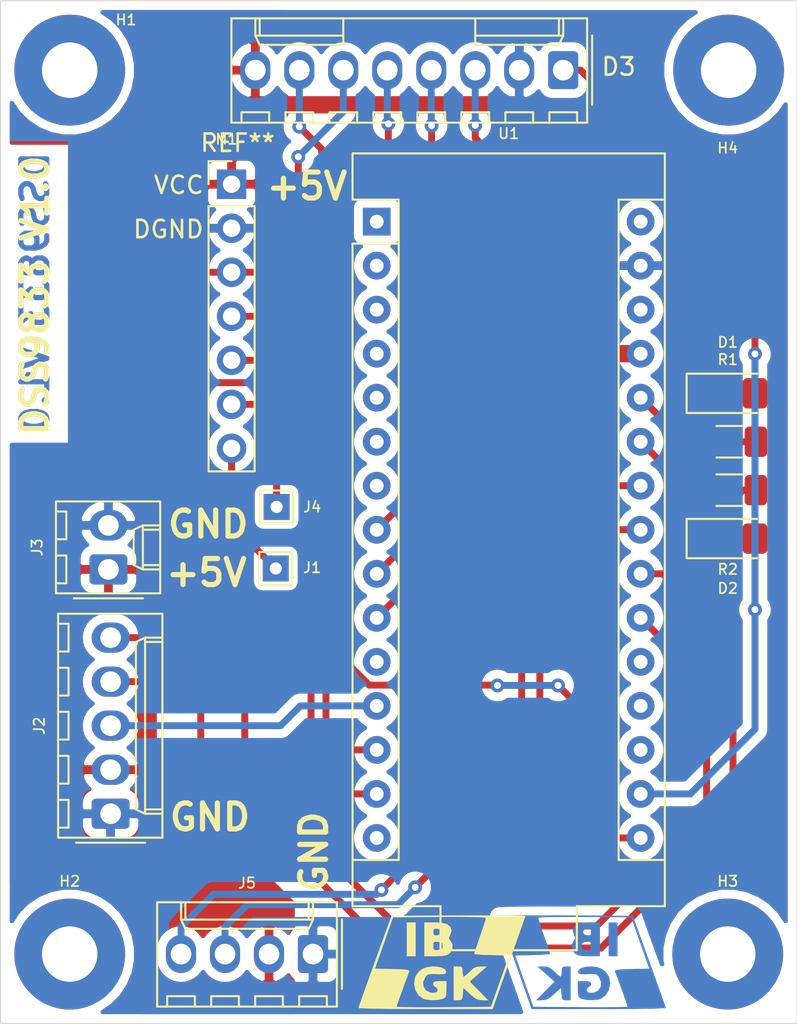
<source format=kicad_pcb>
(kicad_pcb (version 20171130) (host pcbnew 5.1.12-84ad8e8a86~92~ubuntu18.04.1)

  (general
    (thickness 1.6)
    (drawings 12)
    (tracks 149)
    (zones 0)
    (modules 18)
    (nets 35)
  )

  (page A4)
  (layers
    (0 F.Cu signal)
    (31 B.Cu signal)
    (32 B.Adhes user hide)
    (33 F.Adhes user hide)
    (34 B.Paste user)
    (35 F.Paste user)
    (36 B.SilkS user)
    (37 F.SilkS user)
    (38 B.Mask user)
    (39 F.Mask user)
    (40 Dwgs.User user)
    (41 Cmts.User user)
    (42 Eco1.User user)
    (43 Eco2.User user)
    (44 Edge.Cuts user)
    (45 Margin user)
    (46 B.CrtYd user)
    (47 F.CrtYd user)
    (48 B.Fab user)
    (49 F.Fab user hide)
  )

  (setup
    (last_trace_width 0.4)
    (user_trace_width 0.5)
    (user_trace_width 1)
    (trace_clearance 0.2)
    (zone_clearance 0.508)
    (zone_45_only no)
    (trace_min 0.2)
    (via_size 0.8)
    (via_drill 0.4)
    (via_min_size 0.4)
    (via_min_drill 0.3)
    (user_via 1 0.5)
    (user_via 1.2 0.6)
    (uvia_size 0.3)
    (uvia_drill 0.1)
    (uvias_allowed no)
    (uvia_min_size 0.2)
    (uvia_min_drill 0.1)
    (edge_width 0.05)
    (segment_width 0.2)
    (pcb_text_width 0.3)
    (pcb_text_size 1.5 1.5)
    (mod_edge_width 0.12)
    (mod_text_size 1 1)
    (mod_text_width 0.15)
    (pad_size 1.524 1.524)
    (pad_drill 0.762)
    (pad_to_mask_clearance 0)
    (aux_axis_origin 0 0)
    (visible_elements FFFFFF7F)
    (pcbplotparams
      (layerselection 0x010fc_ffffffff)
      (usegerberextensions false)
      (usegerberattributes true)
      (usegerberadvancedattributes true)
      (creategerberjobfile true)
      (excludeedgelayer true)
      (linewidth 0.100000)
      (plotframeref false)
      (viasonmask false)
      (mode 1)
      (useauxorigin false)
      (hpglpennumber 1)
      (hpglpenspeed 20)
      (hpglpendiameter 15.000000)
      (psnegative false)
      (psa4output false)
      (plotreference true)
      (plotvalue true)
      (plotinvisibletext false)
      (padsonsilk false)
      (subtractmaskfromsilk false)
      (outputformat 1)
      (mirror false)
      (drillshape 1)
      (scaleselection 1)
      (outputdirectory ""))
  )

  (net 0 "")
  (net 1 "Net-(U1-Pad15)")
  (net 2 "Net-(U1-Pad30)")
  (net 3 "Net-(U1-Pad28)")
  (net 4 "Net-(U1-Pad11)")
  (net 5 "Net-(U1-Pad7)")
  (net 6 "Net-(U1-Pad6)")
  (net 7 "Net-(U1-Pad5)")
  (net 8 "Net-(U1-Pad20)")
  (net 9 "Net-(U1-Pad4)")
  (net 10 "Net-(U1-Pad19)")
  (net 11 "Net-(U1-Pad3)")
  (net 12 "Net-(U1-Pad18)")
  (net 13 "Net-(U1-Pad2)")
  (net 14 "Net-(U1-Pad1)")
  (net 15 "Net-(M1-Pad5)")
  (net 16 "Net-(J1-Pad1)")
  (net 17 "Net-(J2-Pad3)")
  (net 18 "Net-(J2-Pad4)")
  (net 19 "Net-(J2-Pad5)")
  (net 20 GND)
  (net 21 +5V)
  (net 22 "Net-(J4-Pad1)")
  (net 23 "Net-(D1-Pad2)")
  (net 24 "Net-(D1-Pad1)")
  (net 25 "Net-(D2-Pad1)")
  (net 26 "Net-(R1-Pad2)")
  (net 27 "Net-(R2-Pad2)")
  (net 28 /lSCL)
  (net 29 /SDA)
  (net 30 "Net-(D3-Pad7)")
  (net 31 "Net-(D3-Pad6)")
  (net 32 "Net-(D3-Pad5)")
  (net 33 "Net-(D3-Pad4)")
  (net 34 "Net-(D3-Pad3)")

  (net_class Default "This is the default net class."
    (clearance 0.2)
    (trace_width 0.4)
    (via_dia 0.8)
    (via_drill 0.4)
    (uvia_dia 0.3)
    (uvia_drill 0.1)
    (add_net /SDA)
    (add_net /lSCL)
    (add_net "Net-(D1-Pad1)")
    (add_net "Net-(D1-Pad2)")
    (add_net "Net-(D2-Pad1)")
    (add_net "Net-(D3-Pad3)")
    (add_net "Net-(D3-Pad4)")
    (add_net "Net-(D3-Pad5)")
    (add_net "Net-(D3-Pad6)")
    (add_net "Net-(D3-Pad7)")
    (add_net "Net-(J1-Pad1)")
    (add_net "Net-(J2-Pad3)")
    (add_net "Net-(J2-Pad4)")
    (add_net "Net-(J2-Pad5)")
    (add_net "Net-(J4-Pad1)")
    (add_net "Net-(M1-Pad5)")
    (add_net "Net-(R1-Pad2)")
    (add_net "Net-(R2-Pad2)")
    (add_net "Net-(U1-Pad1)")
    (add_net "Net-(U1-Pad11)")
    (add_net "Net-(U1-Pad15)")
    (add_net "Net-(U1-Pad18)")
    (add_net "Net-(U1-Pad19)")
    (add_net "Net-(U1-Pad2)")
    (add_net "Net-(U1-Pad20)")
    (add_net "Net-(U1-Pad28)")
    (add_net "Net-(U1-Pad3)")
    (add_net "Net-(U1-Pad30)")
    (add_net "Net-(U1-Pad4)")
    (add_net "Net-(U1-Pad5)")
    (add_net "Net-(U1-Pad6)")
    (add_net "Net-(U1-Pad7)")
  )

  (net_class Power ""
    (clearance 0.2)
    (trace_width 1)
    (via_dia 0.8)
    (via_drill 0.4)
    (uvia_dia 0.3)
    (uvia_drill 0.1)
    (add_net +5V)
    (add_net GND)
  )

  (module ib_gk-lib:iblogo_Cu (layer B.Cu) (tedit 6223C8A4) (tstamp 6224395C)
    (at 137.6 121.8 180)
    (path /62244787)
    (fp_text reference G2 (at 0 0) (layer B.SilkS) hide
      (effects (font (size 1.524 1.524) (thickness 0.3)) (justify mirror))
    )
    (fp_text value LOGO (at 0.75 0) (layer B.SilkS) hide
      (effects (font (size 1.524 1.524) (thickness 0.3)) (justify mirror))
    )
    (fp_poly (pts (xy 2.514317 3.030525) (xy 3.182137 3.027298) (xy 3.756888 3.021258) (xy 4.222693 3.012616)
      (xy 4.563672 3.001584) (xy 4.763947 2.988375) (xy 4.812175 2.976345) (xy 4.778057 2.881535)
      (xy 4.694398 2.646351) (xy 4.568034 2.29009) (xy 4.4058 1.83205) (xy 4.214534 1.291529)
      (xy 4.001071 0.687825) (xy 3.852333 0.266929) (xy 2.921 -2.369115) (xy -0.9525 -2.369891)
      (xy -1.743928 -2.368708) (xy -2.48079 -2.365013) (xy -3.146358 -2.359078) (xy -3.723901 -2.351174)
      (xy -4.19669 -2.341573) (xy -4.547995 -2.330545) (xy -4.761087 -2.318362) (xy -4.821046 -2.307167)
      (xy -4.79201 -2.215049) (xy -4.711897 -1.982949) (xy -4.587515 -1.630017) (xy -4.425672 -1.175401)
      (xy -4.233176 -0.638254) (xy -4.018496 -0.042334) (xy -3.875361 -0.042334) (xy -2.86098 -0.066171)
      (xy -2.432647 -0.078302) (xy -2.147731 -0.093844) (xy -1.980321 -0.11738) (xy -1.904504 -0.153492)
      (xy -1.89437 -0.206763) (xy -1.903524 -0.235504) (xy -2.004741 -0.500113) (xy -2.128272 -0.831685)
      (xy -2.261046 -1.193993) (xy -2.389992 -1.550806) (xy -2.502039 -1.865895) (xy -2.584116 -2.103032)
      (xy -2.623152 -2.225988) (xy -2.624667 -2.234278) (xy -2.543336 -2.246701) (xy -2.312655 -2.256759)
      (xy -1.952596 -2.264219) (xy -1.483129 -2.268849) (xy -0.924224 -2.270417) (xy -0.295854 -2.268689)
      (xy 0.102333 -2.266006) (xy 2.829333 -2.243667) (xy 3.354056 -0.762) (xy 3.878779 0.719666)
      (xy 2.870723 0.743439) (xy 2.480158 0.755842) (xy 2.160065 0.772083) (xy 1.943288 0.790066)
      (xy 1.862674 0.80769) (xy 1.862666 0.807847) (xy 1.888714 0.898975) (xy 1.959739 1.117776)
      (xy 2.065061 1.431994) (xy 2.194 1.809377) (xy 2.201333 1.830652) (xy 2.331671 2.21457)
      (xy 2.438754 2.541259) (xy 2.511782 2.776968) (xy 2.539958 2.887946) (xy 2.54 2.889267)
      (xy 2.45811 2.908636) (xy 2.223489 2.924422) (xy 1.852707 2.936291) (xy 1.362335 2.943908)
      (xy 0.768943 2.94694) (xy 0.089102 2.945053) (xy -0.143986 2.943356) (xy -2.827971 2.921)
      (xy -3.875361 -0.042334) (xy -4.018496 -0.042334) (xy -4.016835 -0.037724) (xy -3.865397 0.381)
      (xy -2.914703 3.005666) (xy 0.96299 3.027692) (xy 1.769309 3.030727) (xy 2.514317 3.030525)) (layer B.Cu) (width 0.01))
    (fp_poly (pts (xy -0.226478 0.065273) (xy 0.028145 0.001379) (xy 0.19604 -0.102522) (xy 0.237747 -0.23308)
      (xy 0.196869 -0.314751) (xy 0.088771 -0.354391) (xy -0.125909 -0.360606) (xy -0.308887 -0.352611)
      (xy -0.604376 -0.343764) (xy -0.782531 -0.366564) (xy -0.89432 -0.434008) (xy -0.963808 -0.519617)
      (xy -1.085687 -0.807075) (xy -1.068462 -1.079725) (xy -0.929965 -1.298355) (xy -0.688031 -1.423753)
      (xy -0.545533 -1.439334) (xy -0.343316 -1.419703) (xy -0.262742 -1.343421) (xy -0.254 -1.27)
      (xy -0.30694 -1.132096) (xy -0.381 -1.100667) (xy -0.484429 -1.030081) (xy -0.508 -0.931334)
      (xy -0.483072 -0.825514) (xy -0.379559 -0.775474) (xy -0.154371 -0.762065) (xy -0.127 -0.762)
      (xy 0.254 -0.762) (xy 0.254 -1.229762) (xy 0.246165 -1.503276) (xy 0.209658 -1.657128)
      (xy 0.124975 -1.740744) (xy 0.036821 -1.780096) (xy -0.245236 -1.840083) (xy -0.594309 -1.853592)
      (xy -0.921547 -1.820654) (xy -1.067807 -1.779688) (xy -1.341604 -1.584502) (xy -1.532382 -1.279715)
      (xy -1.608442 -0.917096) (xy -1.608667 -0.896421) (xy -1.542327 -0.503205) (xy -1.338151 -0.205388)
      (xy -1.099732 -0.04185) (xy -0.831516 0.049535) (xy -0.526731 0.083283) (xy -0.226478 0.065273)) (layer B.Cu) (width 0.01))
    (fp_poly (pts (xy 1.101986 0.068147) (xy 1.17198 -0.015643) (xy 1.185333 -0.211667) (xy 1.202438 -0.40759)
      (xy 1.244494 -0.505461) (xy 1.253391 -0.508) (xy 1.347338 -0.452019) (xy 1.50989 -0.309613)
      (xy 1.608666 -0.211667) (xy 1.823508 -0.020151) (xy 2.022242 0.065467) (xy 2.239108 0.081624)
      (xy 2.582333 0.078582) (xy 1.598331 -0.78935) (xy 2.13022 -1.326008) (xy 2.662108 -1.862667)
      (xy 2.335355 -1.862667) (xy 2.116918 -1.838874) (xy 1.918778 -1.748337) (xy 1.683653 -1.562317)
      (xy 1.618134 -1.502834) (xy 1.227666 -1.143) (xy 1.201631 -1.502834) (xy 1.175343 -1.72908)
      (xy 1.116366 -1.833035) (xy 0.98875 -1.861711) (xy 0.926465 -1.862667) (xy 0.677333 -1.862667)
      (xy 0.677333 0.084666) (xy 0.931333 0.084666) (xy 1.101986 0.068147)) (layer B.Cu) (width 0.01))
    (fp_poly (pts (xy -1.524 0.677333) (xy -2.032 0.677333) (xy -2.032 2.624666) (xy -1.524 2.624666)
      (xy -1.524 0.677333)) (layer B.Cu) (width 0.01))
    (fp_poly (pts (xy -0.14752 2.610072) (xy 0.13375 2.572187) (xy 0.285173 2.529679) (xy 0.486531 2.359999)
      (xy 0.547364 2.12617) (xy 0.468781 1.897872) (xy 0.395336 1.745795) (xy 0.43974 1.631619)
      (xy 0.482252 1.586033) (xy 0.599066 1.362547) (xy 0.592055 1.10016) (xy 0.466611 0.869416)
      (xy 0.424536 0.830616) (xy 0.267105 0.742998) (xy 0.037483 0.694778) (xy -0.30807 0.677728)
      (xy -0.39038 0.677333) (xy -1.016 0.677333) (xy -1.016 1.27) (xy -0.508 1.27)
      (xy -0.493039 1.090138) (xy -0.413022 1.026517) (xy -0.232834 1.031802) (xy -0.039806 1.072636)
      (xy 0.03428 1.171927) (xy 0.042333 1.27) (xy 0.013443 1.421269) (xy -0.106348 1.489807)
      (xy -0.232834 1.508198) (xy -0.421287 1.511974) (xy -0.495435 1.442141) (xy -0.508 1.27)
      (xy -1.016 1.27) (xy -1.016 2.074333) (xy -0.508 2.074333) (xy -0.484395 1.915511)
      (xy -0.378211 1.871153) (xy -0.275167 1.878209) (xy -0.093574 1.939873) (xy -0.042334 2.074333)
      (xy -0.098391 2.212851) (xy -0.275167 2.270457) (xy -0.443894 2.267271) (xy -0.502987 2.17241)
      (xy -0.508 2.074333) (xy -1.016 2.074333) (xy -1.016 2.624666) (xy -0.469651 2.624666)
      (xy -0.14752 2.610072)) (layer B.Cu) (width 0.01))
  )

  (module ib_gk-lib:iblogo (layer F.Cu) (tedit 0) (tstamp 6223D252)
    (at 129.5 121.8)
    (path /6223EC8C)
    (fp_text reference G1 (at 0 0) (layer F.SilkS) hide
      (effects (font (size 1.524 1.524) (thickness 0.3)))
    )
    (fp_text value LOGO (at 0.75 0) (layer F.SilkS) hide
      (effects (font (size 1.524 1.524) (thickness 0.3)))
    )
    (fp_poly (pts (xy 2.514317 -3.030525) (xy 3.182137 -3.027298) (xy 3.756888 -3.021258) (xy 4.222693 -3.012616)
      (xy 4.563672 -3.001584) (xy 4.763947 -2.988375) (xy 4.812175 -2.976345) (xy 4.778057 -2.881535)
      (xy 4.694398 -2.646351) (xy 4.568034 -2.29009) (xy 4.4058 -1.83205) (xy 4.214534 -1.291529)
      (xy 4.001071 -0.687825) (xy 3.852333 -0.266929) (xy 2.921 2.369115) (xy -0.9525 2.369891)
      (xy -1.743928 2.368708) (xy -2.48079 2.365013) (xy -3.146358 2.359078) (xy -3.723901 2.351174)
      (xy -4.19669 2.341573) (xy -4.547995 2.330545) (xy -4.761087 2.318362) (xy -4.821046 2.307167)
      (xy -4.79201 2.215049) (xy -4.711897 1.982949) (xy -4.587515 1.630017) (xy -4.425672 1.175401)
      (xy -4.233176 0.638254) (xy -4.018496 0.042334) (xy -3.875361 0.042334) (xy -2.86098 0.066171)
      (xy -2.432647 0.078302) (xy -2.147731 0.093844) (xy -1.980321 0.11738) (xy -1.904504 0.153492)
      (xy -1.89437 0.206763) (xy -1.903524 0.235504) (xy -2.004741 0.500113) (xy -2.128272 0.831685)
      (xy -2.261046 1.193993) (xy -2.389992 1.550806) (xy -2.502039 1.865895) (xy -2.584116 2.103032)
      (xy -2.623152 2.225988) (xy -2.624667 2.234278) (xy -2.543336 2.246701) (xy -2.312655 2.256759)
      (xy -1.952596 2.264219) (xy -1.483129 2.268849) (xy -0.924224 2.270417) (xy -0.295854 2.268689)
      (xy 0.102333 2.266006) (xy 2.829333 2.243667) (xy 3.354056 0.762) (xy 3.878779 -0.719666)
      (xy 2.870723 -0.743439) (xy 2.480158 -0.755842) (xy 2.160065 -0.772083) (xy 1.943288 -0.790066)
      (xy 1.862674 -0.80769) (xy 1.862666 -0.807847) (xy 1.888714 -0.898975) (xy 1.959739 -1.117776)
      (xy 2.065061 -1.431994) (xy 2.194 -1.809377) (xy 2.201333 -1.830652) (xy 2.331671 -2.21457)
      (xy 2.438754 -2.541259) (xy 2.511782 -2.776968) (xy 2.539958 -2.887946) (xy 2.54 -2.889267)
      (xy 2.45811 -2.908636) (xy 2.223489 -2.924422) (xy 1.852707 -2.936291) (xy 1.362335 -2.943908)
      (xy 0.768943 -2.94694) (xy 0.089102 -2.945053) (xy -0.143986 -2.943356) (xy -2.827971 -2.921)
      (xy -3.875361 0.042334) (xy -4.018496 0.042334) (xy -4.016835 0.037724) (xy -3.865397 -0.381)
      (xy -2.914703 -3.005666) (xy 0.96299 -3.027692) (xy 1.769309 -3.030727) (xy 2.514317 -3.030525)) (layer F.SilkS) (width 0.01))
    (fp_poly (pts (xy -0.226478 -0.065273) (xy 0.028145 -0.001379) (xy 0.19604 0.102522) (xy 0.237747 0.23308)
      (xy 0.196869 0.314751) (xy 0.088771 0.354391) (xy -0.125909 0.360606) (xy -0.308887 0.352611)
      (xy -0.604376 0.343764) (xy -0.782531 0.366564) (xy -0.89432 0.434008) (xy -0.963808 0.519617)
      (xy -1.085687 0.807075) (xy -1.068462 1.079725) (xy -0.929965 1.298355) (xy -0.688031 1.423753)
      (xy -0.545533 1.439334) (xy -0.343316 1.419703) (xy -0.262742 1.343421) (xy -0.254 1.27)
      (xy -0.30694 1.132096) (xy -0.381 1.100667) (xy -0.484429 1.030081) (xy -0.508 0.931334)
      (xy -0.483072 0.825514) (xy -0.379559 0.775474) (xy -0.154371 0.762065) (xy -0.127 0.762)
      (xy 0.254 0.762) (xy 0.254 1.229762) (xy 0.246165 1.503276) (xy 0.209658 1.657128)
      (xy 0.124975 1.740744) (xy 0.036821 1.780096) (xy -0.245236 1.840083) (xy -0.594309 1.853592)
      (xy -0.921547 1.820654) (xy -1.067807 1.779688) (xy -1.341604 1.584502) (xy -1.532382 1.279715)
      (xy -1.608442 0.917096) (xy -1.608667 0.896421) (xy -1.542327 0.503205) (xy -1.338151 0.205388)
      (xy -1.099732 0.04185) (xy -0.831516 -0.049535) (xy -0.526731 -0.083283) (xy -0.226478 -0.065273)) (layer F.SilkS) (width 0.01))
    (fp_poly (pts (xy 1.101986 -0.068147) (xy 1.17198 0.015643) (xy 1.185333 0.211667) (xy 1.202438 0.40759)
      (xy 1.244494 0.505461) (xy 1.253391 0.508) (xy 1.347338 0.452019) (xy 1.50989 0.309613)
      (xy 1.608666 0.211667) (xy 1.823508 0.020151) (xy 2.022242 -0.065467) (xy 2.239108 -0.081624)
      (xy 2.582333 -0.078582) (xy 1.598331 0.78935) (xy 2.13022 1.326008) (xy 2.662108 1.862667)
      (xy 2.335355 1.862667) (xy 2.116918 1.838874) (xy 1.918778 1.748337) (xy 1.683653 1.562317)
      (xy 1.618134 1.502834) (xy 1.227666 1.143) (xy 1.201631 1.502834) (xy 1.175343 1.72908)
      (xy 1.116366 1.833035) (xy 0.98875 1.861711) (xy 0.926465 1.862667) (xy 0.677333 1.862667)
      (xy 0.677333 -0.084666) (xy 0.931333 -0.084666) (xy 1.101986 -0.068147)) (layer F.SilkS) (width 0.01))
    (fp_poly (pts (xy -1.524 -0.677333) (xy -2.032 -0.677333) (xy -2.032 -2.624666) (xy -1.524 -2.624666)
      (xy -1.524 -0.677333)) (layer F.SilkS) (width 0.01))
    (fp_poly (pts (xy -0.14752 -2.610072) (xy 0.13375 -2.572187) (xy 0.285173 -2.529679) (xy 0.486531 -2.359999)
      (xy 0.547364 -2.12617) (xy 0.468781 -1.897872) (xy 0.395336 -1.745795) (xy 0.43974 -1.631619)
      (xy 0.482252 -1.586033) (xy 0.599066 -1.362547) (xy 0.592055 -1.10016) (xy 0.466611 -0.869416)
      (xy 0.424536 -0.830616) (xy 0.267105 -0.742998) (xy 0.037483 -0.694778) (xy -0.30807 -0.677728)
      (xy -0.39038 -0.677333) (xy -1.016 -0.677333) (xy -1.016 -1.27) (xy -0.508 -1.27)
      (xy -0.493039 -1.090138) (xy -0.413022 -1.026517) (xy -0.232834 -1.031802) (xy -0.039806 -1.072636)
      (xy 0.03428 -1.171927) (xy 0.042333 -1.27) (xy 0.013443 -1.421269) (xy -0.106348 -1.489807)
      (xy -0.232834 -1.508198) (xy -0.421287 -1.511974) (xy -0.495435 -1.442141) (xy -0.508 -1.27)
      (xy -1.016 -1.27) (xy -1.016 -2.074333) (xy -0.508 -2.074333) (xy -0.484395 -1.915511)
      (xy -0.378211 -1.871153) (xy -0.275167 -1.878209) (xy -0.093574 -1.939873) (xy -0.042334 -2.074333)
      (xy -0.098391 -2.212851) (xy -0.275167 -2.270457) (xy -0.443894 -2.267271) (xy -0.502987 -2.17241)
      (xy -0.508 -2.074333) (xy -1.016 -2.074333) (xy -1.016 -2.624666) (xy -0.469651 -2.624666)
      (xy -0.14752 -2.610072)) (layer F.SilkS) (width 0.01))
  )

  (module Connector_Molex:Molex_KK-254_AE-6410-08A_1x08_P2.54mm_Vertical (layer F.Cu) (tedit 5EA53D3B) (tstamp 622281F7)
    (at 136.5 70 180)
    (descr "Molex KK-254 Interconnect System, old/engineering part number: AE-6410-08A example for new part number: 22-27-2081, 8 Pins (http://www.molex.com/pdm_docs/sd/022272021_sd.pdf), generated with kicad-footprint-generator")
    (tags "connector Molex KK-254 vertical")
    (path /6222A45C)
    (fp_text reference D3 (at -3.2 0.2) (layer F.SilkS)
      (effects (font (size 1 1) (thickness 0.15)))
    )
    (fp_text value TFT1_8 (at 8.89 4.08) (layer F.Fab)
      (effects (font (size 1 1) (thickness 0.15)))
    )
    (fp_line (start 19.55 -3.42) (end -1.77 -3.42) (layer F.CrtYd) (width 0.05))
    (fp_line (start 19.55 3.38) (end 19.55 -3.42) (layer F.CrtYd) (width 0.05))
    (fp_line (start -1.77 3.38) (end 19.55 3.38) (layer F.CrtYd) (width 0.05))
    (fp_line (start -1.77 -3.42) (end -1.77 3.38) (layer F.CrtYd) (width 0.05))
    (fp_line (start 18.58 -2.43) (end 18.58 -3.03) (layer F.SilkS) (width 0.12))
    (fp_line (start 16.98 -2.43) (end 18.58 -2.43) (layer F.SilkS) (width 0.12))
    (fp_line (start 16.98 -3.03) (end 16.98 -2.43) (layer F.SilkS) (width 0.12))
    (fp_line (start 16.04 -2.43) (end 16.04 -3.03) (layer F.SilkS) (width 0.12))
    (fp_line (start 14.44 -2.43) (end 16.04 -2.43) (layer F.SilkS) (width 0.12))
    (fp_line (start 14.44 -3.03) (end 14.44 -2.43) (layer F.SilkS) (width 0.12))
    (fp_line (start 13.5 -2.43) (end 13.5 -3.03) (layer F.SilkS) (width 0.12))
    (fp_line (start 11.9 -2.43) (end 13.5 -2.43) (layer F.SilkS) (width 0.12))
    (fp_line (start 11.9 -3.03) (end 11.9 -2.43) (layer F.SilkS) (width 0.12))
    (fp_line (start 10.96 -2.43) (end 10.96 -3.03) (layer F.SilkS) (width 0.12))
    (fp_line (start 9.36 -2.43) (end 10.96 -2.43) (layer F.SilkS) (width 0.12))
    (fp_line (start 9.36 -3.03) (end 9.36 -2.43) (layer F.SilkS) (width 0.12))
    (fp_line (start 8.42 -2.43) (end 8.42 -3.03) (layer F.SilkS) (width 0.12))
    (fp_line (start 6.82 -2.43) (end 8.42 -2.43) (layer F.SilkS) (width 0.12))
    (fp_line (start 6.82 -3.03) (end 6.82 -2.43) (layer F.SilkS) (width 0.12))
    (fp_line (start 5.88 -2.43) (end 5.88 -3.03) (layer F.SilkS) (width 0.12))
    (fp_line (start 4.28 -2.43) (end 5.88 -2.43) (layer F.SilkS) (width 0.12))
    (fp_line (start 4.28 -3.03) (end 4.28 -2.43) (layer F.SilkS) (width 0.12))
    (fp_line (start 3.34 -2.43) (end 3.34 -3.03) (layer F.SilkS) (width 0.12))
    (fp_line (start 1.74 -2.43) (end 3.34 -2.43) (layer F.SilkS) (width 0.12))
    (fp_line (start 1.74 -3.03) (end 1.74 -2.43) (layer F.SilkS) (width 0.12))
    (fp_line (start 0.8 -2.43) (end 0.8 -3.03) (layer F.SilkS) (width 0.12))
    (fp_line (start -0.8 -2.43) (end 0.8 -2.43) (layer F.SilkS) (width 0.12))
    (fp_line (start -0.8 -3.03) (end -0.8 -2.43) (layer F.SilkS) (width 0.12))
    (fp_line (start 17.53 2.99) (end 17.53 1.99) (layer F.SilkS) (width 0.12))
    (fp_line (start 12.7 1.46) (end 12.7 1.99) (layer F.SilkS) (width 0.12))
    (fp_line (start 17.53 1.46) (end 12.7 1.46) (layer F.SilkS) (width 0.12))
    (fp_line (start 17.78 1.99) (end 17.53 1.46) (layer F.SilkS) (width 0.12))
    (fp_line (start 12.7 1.99) (end 12.7 2.99) (layer F.SilkS) (width 0.12))
    (fp_line (start 17.78 1.99) (end 12.7 1.99) (layer F.SilkS) (width 0.12))
    (fp_line (start 17.78 2.99) (end 17.78 1.99) (layer F.SilkS) (width 0.12))
    (fp_line (start 0.25 2.99) (end 0.25 1.99) (layer F.SilkS) (width 0.12))
    (fp_line (start 5.08 1.46) (end 5.08 1.99) (layer F.SilkS) (width 0.12))
    (fp_line (start 0.25 1.46) (end 5.08 1.46) (layer F.SilkS) (width 0.12))
    (fp_line (start 0 1.99) (end 0.25 1.46) (layer F.SilkS) (width 0.12))
    (fp_line (start 5.08 1.99) (end 5.08 2.99) (layer F.SilkS) (width 0.12))
    (fp_line (start 0 1.99) (end 5.08 1.99) (layer F.SilkS) (width 0.12))
    (fp_line (start 0 2.99) (end 0 1.99) (layer F.SilkS) (width 0.12))
    (fp_line (start -0.562893 0) (end -1.27 0.5) (layer F.Fab) (width 0.1))
    (fp_line (start -1.27 -0.5) (end -0.562893 0) (layer F.Fab) (width 0.1))
    (fp_line (start -1.67 -2) (end -1.67 2) (layer F.SilkS) (width 0.12))
    (fp_line (start 19.16 -3.03) (end -1.38 -3.03) (layer F.SilkS) (width 0.12))
    (fp_line (start 19.16 2.99) (end 19.16 -3.03) (layer F.SilkS) (width 0.12))
    (fp_line (start -1.38 2.99) (end 19.16 2.99) (layer F.SilkS) (width 0.12))
    (fp_line (start -1.38 -3.03) (end -1.38 2.99) (layer F.SilkS) (width 0.12))
    (fp_line (start 19.05 -2.92) (end -1.27 -2.92) (layer F.Fab) (width 0.1))
    (fp_line (start 19.05 2.88) (end 19.05 -2.92) (layer F.Fab) (width 0.1))
    (fp_line (start -1.27 2.88) (end 19.05 2.88) (layer F.Fab) (width 0.1))
    (fp_line (start -1.27 -2.92) (end -1.27 2.88) (layer F.Fab) (width 0.1))
    (fp_text user %R (at 8.89 -2.22) (layer F.Fab)
      (effects (font (size 1 1) (thickness 0.15)))
    )
    (pad 8 thru_hole oval (at 17.78 0 180) (size 1.74 2.19) (drill 1.19) (layers *.Cu *.Mask)
      (net 21 +5V))
    (pad 7 thru_hole oval (at 15.24 0 180) (size 1.74 2.19) (drill 1.19) (layers *.Cu *.Mask)
      (net 30 "Net-(D3-Pad7)"))
    (pad 6 thru_hole oval (at 12.7 0 180) (size 1.74 2.19) (drill 1.19) (layers *.Cu *.Mask)
      (net 31 "Net-(D3-Pad6)"))
    (pad 5 thru_hole oval (at 10.16 0 180) (size 1.74 2.19) (drill 1.19) (layers *.Cu *.Mask)
      (net 32 "Net-(D3-Pad5)"))
    (pad 4 thru_hole oval (at 7.62 0 180) (size 1.74 2.19) (drill 1.19) (layers *.Cu *.Mask)
      (net 33 "Net-(D3-Pad4)"))
    (pad 3 thru_hole oval (at 5.08 0 180) (size 1.74 2.19) (drill 1.19) (layers *.Cu *.Mask)
      (net 34 "Net-(D3-Pad3)"))
    (pad 2 thru_hole oval (at 2.54 0 180) (size 1.74 2.19) (drill 1.19) (layers *.Cu *.Mask)
      (net 20 GND))
    (pad 1 thru_hole roundrect (at 0 0 180) (size 1.74 2.19) (drill 1.19) (layers *.Cu *.Mask) (roundrect_rratio 0.143678)
      (net 23 "Net-(D1-Pad2)"))
    (model ${KISYS3DMOD}/Connector_Molex.3dshapes/Molex_KK-254_AE-6410-08A_1x08_P2.54mm_Vertical.wrl
      (at (xyz 0 0 0))
      (scale (xyz 1 1 1))
      (rotate (xyz 0 0 0))
    )
  )

  (module TestPoint:TestPoint_THTPad_1.5x1.5mm_Drill0.7mm (layer F.Cu) (tedit 5A0F774F) (tstamp 62197B04)
    (at 119.95 95.2)
    (descr "THT rectangular pad as test Point, square 1.5mm side length, hole diameter 0.7mm")
    (tags "test point THT pad rectangle square")
    (path /62190D77)
    (attr virtual)
    (fp_text reference J4 (at 2.05 0) (layer F.SilkS)
      (effects (font (size 0.6 0.6) (thickness 0.1)))
    )
    (fp_text value AGND (at -2.95 -0.2) (layer F.Fab)
      (effects (font (size 0.6 0.6) (thickness 0.1)))
    )
    (fp_line (start -0.95 -0.95) (end 0.95 -0.95) (layer F.SilkS) (width 0.12))
    (fp_line (start 0.95 -0.95) (end 0.95 0.95) (layer F.SilkS) (width 0.12))
    (fp_line (start 0.95 0.95) (end -0.95 0.95) (layer F.SilkS) (width 0.12))
    (fp_line (start -0.95 0.95) (end -0.95 -0.95) (layer F.SilkS) (width 0.12))
    (fp_line (start -1.25 -1.25) (end 1.25 -1.25) (layer F.CrtYd) (width 0.05))
    (fp_line (start -1.25 -1.25) (end -1.25 1.25) (layer F.CrtYd) (width 0.05))
    (fp_line (start 1.25 1.25) (end 1.25 -1.25) (layer F.CrtYd) (width 0.05))
    (fp_line (start 1.25 1.25) (end -1.25 1.25) (layer F.CrtYd) (width 0.05))
    (fp_text user %R (at 0 -1.65) (layer F.Fab)
      (effects (font (size 0.6 0.6) (thickness 0.1)))
    )
    (pad 1 thru_hole rect (at 0 0) (size 1.5 1.5) (drill 0.7) (layers *.Cu *.Mask)
      (net 22 "Net-(J4-Pad1)"))
  )

  (module TestPoint:TestPoint_THTPad_1.5x1.5mm_Drill0.7mm (layer F.Cu) (tedit 5A0F774F) (tstamp 62197E15)
    (at 119.9 98.75)
    (descr "THT rectangular pad as test Point, square 1.5mm side length, hole diameter 0.7mm")
    (tags "test point THT pad rectangle square")
    (path /6219D93F)
    (attr virtual)
    (fp_text reference J1 (at 2.1 -0.05) (layer F.SilkS)
      (effects (font (size 0.6 0.6) (thickness 0.1)))
    )
    (fp_text value AOUT (at -2.9 0.25) (layer F.Fab)
      (effects (font (size 0.6 0.6) (thickness 0.1)))
    )
    (fp_line (start -0.95 -0.95) (end 0.95 -0.95) (layer F.SilkS) (width 0.12))
    (fp_line (start 0.95 -0.95) (end 0.95 0.95) (layer F.SilkS) (width 0.12))
    (fp_line (start 0.95 0.95) (end -0.95 0.95) (layer F.SilkS) (width 0.12))
    (fp_line (start -0.95 0.95) (end -0.95 -0.95) (layer F.SilkS) (width 0.12))
    (fp_line (start -1.25 -1.25) (end 1.25 -1.25) (layer F.CrtYd) (width 0.05))
    (fp_line (start -1.25 -1.25) (end -1.25 1.25) (layer F.CrtYd) (width 0.05))
    (fp_line (start 1.25 1.25) (end 1.25 -1.25) (layer F.CrtYd) (width 0.05))
    (fp_line (start 1.25 1.25) (end -1.25 1.25) (layer F.CrtYd) (width 0.05))
    (fp_text user %R (at 0 -1.65) (layer F.Fab)
      (effects (font (size 0.6 0.6) (thickness 0.1)))
    )
    (pad 1 thru_hole rect (at 0 0) (size 1.5 1.5) (drill 0.7) (layers *.Cu *.Mask)
      (net 16 "Net-(J1-Pad1)"))
  )

  (module Connector_Molex:Molex_KK-254_AE-6410-04A_1x04_P2.54mm_Vertical (layer F.Cu) (tedit 5EA53D3B) (tstamp 621E1EF7)
    (at 122.05 121 180)
    (descr "Molex KK-254 Interconnect System, old/engineering part number: AE-6410-04A example for new part number: 22-27-2041, 4 Pins (http://www.molex.com/pdm_docs/sd/022272021_sd.pdf), generated with kicad-footprint-generator")
    (tags "connector Molex KK-254 vertical")
    (path /621E48CA)
    (fp_text reference J5 (at 3.81 4.1) (layer F.SilkS)
      (effects (font (size 0.6 0.6) (thickness 0.1)))
    )
    (fp_text value "I2C Display" (at 4.05 4) (layer F.Fab)
      (effects (font (size 0.6 0.6) (thickness 0.1)))
    )
    (fp_line (start -1.27 -2.92) (end -1.27 2.88) (layer F.Fab) (width 0.1))
    (fp_line (start -1.27 2.88) (end 8.89 2.88) (layer F.Fab) (width 0.1))
    (fp_line (start 8.89 2.88) (end 8.89 -2.92) (layer F.Fab) (width 0.1))
    (fp_line (start 8.89 -2.92) (end -1.27 -2.92) (layer F.Fab) (width 0.1))
    (fp_line (start -1.38 -3.03) (end -1.38 2.99) (layer F.SilkS) (width 0.12))
    (fp_line (start -1.38 2.99) (end 9 2.99) (layer F.SilkS) (width 0.12))
    (fp_line (start 9 2.99) (end 9 -3.03) (layer F.SilkS) (width 0.12))
    (fp_line (start 9 -3.03) (end -1.38 -3.03) (layer F.SilkS) (width 0.12))
    (fp_line (start -1.67 -2) (end -1.67 2) (layer F.SilkS) (width 0.12))
    (fp_line (start -1.27 -0.5) (end -0.562893 0) (layer F.Fab) (width 0.1))
    (fp_line (start -0.562893 0) (end -1.27 0.5) (layer F.Fab) (width 0.1))
    (fp_line (start 0 2.99) (end 0 1.99) (layer F.SilkS) (width 0.12))
    (fp_line (start 0 1.99) (end 7.62 1.99) (layer F.SilkS) (width 0.12))
    (fp_line (start 7.62 1.99) (end 7.62 2.99) (layer F.SilkS) (width 0.12))
    (fp_line (start 0 1.99) (end 0.25 1.46) (layer F.SilkS) (width 0.12))
    (fp_line (start 0.25 1.46) (end 7.37 1.46) (layer F.SilkS) (width 0.12))
    (fp_line (start 7.37 1.46) (end 7.62 1.99) (layer F.SilkS) (width 0.12))
    (fp_line (start 0.25 2.99) (end 0.25 1.99) (layer F.SilkS) (width 0.12))
    (fp_line (start 7.37 2.99) (end 7.37 1.99) (layer F.SilkS) (width 0.12))
    (fp_line (start -0.8 -3.03) (end -0.8 -2.43) (layer F.SilkS) (width 0.12))
    (fp_line (start -0.8 -2.43) (end 0.8 -2.43) (layer F.SilkS) (width 0.12))
    (fp_line (start 0.8 -2.43) (end 0.8 -3.03) (layer F.SilkS) (width 0.12))
    (fp_line (start 1.74 -3.03) (end 1.74 -2.43) (layer F.SilkS) (width 0.12))
    (fp_line (start 1.74 -2.43) (end 3.34 -2.43) (layer F.SilkS) (width 0.12))
    (fp_line (start 3.34 -2.43) (end 3.34 -3.03) (layer F.SilkS) (width 0.12))
    (fp_line (start 4.28 -3.03) (end 4.28 -2.43) (layer F.SilkS) (width 0.12))
    (fp_line (start 4.28 -2.43) (end 5.88 -2.43) (layer F.SilkS) (width 0.12))
    (fp_line (start 5.88 -2.43) (end 5.88 -3.03) (layer F.SilkS) (width 0.12))
    (fp_line (start 6.82 -3.03) (end 6.82 -2.43) (layer F.SilkS) (width 0.12))
    (fp_line (start 6.82 -2.43) (end 8.42 -2.43) (layer F.SilkS) (width 0.12))
    (fp_line (start 8.42 -2.43) (end 8.42 -3.03) (layer F.SilkS) (width 0.12))
    (fp_line (start -1.77 -3.42) (end -1.77 3.38) (layer F.CrtYd) (width 0.05))
    (fp_line (start -1.77 3.38) (end 9.39 3.38) (layer F.CrtYd) (width 0.05))
    (fp_line (start 9.39 3.38) (end 9.39 -3.42) (layer F.CrtYd) (width 0.05))
    (fp_line (start 9.39 -3.42) (end -1.77 -3.42) (layer F.CrtYd) (width 0.05))
    (fp_text user %R (at 3.81 -2.22) (layer F.Fab)
      (effects (font (size 0.6 0.6) (thickness 0.1)))
    )
    (pad 4 thru_hole oval (at 7.62 0 180) (size 1.74 2.19) (drill 1.19) (layers *.Cu *.Mask)
      (net 28 /lSCL))
    (pad 3 thru_hole oval (at 5.08 0 180) (size 1.74 2.19) (drill 1.19) (layers *.Cu *.Mask)
      (net 29 /SDA))
    (pad 2 thru_hole oval (at 2.54 0 180) (size 1.74 2.19) (drill 1.19) (layers *.Cu *.Mask)
      (net 21 +5V))
    (pad 1 thru_hole roundrect (at 0 0 180) (size 1.74 2.19) (drill 1.19) (layers *.Cu *.Mask) (roundrect_rratio 0.143678)
      (net 20 GND))
    (model ${KISYS3DMOD}/Connector_Molex.3dshapes/Molex_KK-254_AE-6410-04A_1x04_P2.54mm_Vertical.wrl
      (at (xyz 0 0 0))
      (scale (xyz 1 1 1))
      (rotate (xyz 0 0 0))
    )
  )

  (module Resistor_SMD:R_1206_3216Metric_Pad1.30x1.75mm_HandSolder (layer F.Cu) (tedit 5F68FEEE) (tstamp 6219FD1A)
    (at 146.076 94.234 180)
    (descr "Resistor SMD 1206 (3216 Metric), square (rectangular) end terminal, IPC_7351 nominal with elongated pad for handsoldering. (Body size source: IPC-SM-782 page 72, https://www.pcb-3d.com/wordpress/wp-content/uploads/ipc-sm-782a_amendment_1_and_2.pdf), generated with kicad-footprint-generator")
    (tags "resistor handsolder")
    (path /621A0B89)
    (attr smd)
    (fp_text reference R2 (at 0.076 -4.566) (layer F.SilkS)
      (effects (font (size 0.6 0.6) (thickness 0.1)))
    )
    (fp_text value 330R (at -0.024 -0.466) (layer F.Fab)
      (effects (font (size 0.6 0.6) (thickness 0.1)))
    )
    (fp_line (start 2.45 1.12) (end -2.45 1.12) (layer F.CrtYd) (width 0.05))
    (fp_line (start 2.45 -1.12) (end 2.45 1.12) (layer F.CrtYd) (width 0.05))
    (fp_line (start -2.45 -1.12) (end 2.45 -1.12) (layer F.CrtYd) (width 0.05))
    (fp_line (start -2.45 1.12) (end -2.45 -1.12) (layer F.CrtYd) (width 0.05))
    (fp_line (start -0.727064 0.91) (end 0.727064 0.91) (layer F.SilkS) (width 0.12))
    (fp_line (start -0.727064 -0.91) (end 0.727064 -0.91) (layer F.SilkS) (width 0.12))
    (fp_line (start 1.6 0.8) (end -1.6 0.8) (layer F.Fab) (width 0.1))
    (fp_line (start 1.6 -0.8) (end 1.6 0.8) (layer F.Fab) (width 0.1))
    (fp_line (start -1.6 -0.8) (end 1.6 -0.8) (layer F.Fab) (width 0.1))
    (fp_line (start -1.6 0.8) (end -1.6 -0.8) (layer F.Fab) (width 0.1))
    (fp_text user %R (at 0.026 0.334) (layer F.Fab)
      (effects (font (size 0.6 0.6) (thickness 0.1)))
    )
    (pad 2 smd roundrect (at 1.55 0 180) (size 1.3 1.75) (layers F.Cu F.Paste F.Mask) (roundrect_rratio 0.192308)
      (net 27 "Net-(R2-Pad2)"))
    (pad 1 smd roundrect (at -1.55 0 180) (size 1.3 1.75) (layers F.Cu F.Paste F.Mask) (roundrect_rratio 0.192308)
      (net 25 "Net-(D2-Pad1)"))
    (model ${KISYS3DMOD}/Resistor_SMD.3dshapes/R_1206_3216Metric.wrl
      (at (xyz 0 0 0))
      (scale (xyz 1 1 1))
      (rotate (xyz 0 0 0))
    )
  )

  (module Resistor_SMD:R_1206_3216Metric_Pad1.30x1.75mm_HandSolder (layer F.Cu) (tedit 5F68FEEE) (tstamp 6219FD09)
    (at 146.076 91.44 180)
    (descr "Resistor SMD 1206 (3216 Metric), square (rectangular) end terminal, IPC_7351 nominal with elongated pad for handsoldering. (Body size source: IPC-SM-782 page 72, https://www.pcb-3d.com/wordpress/wp-content/uploads/ipc-sm-782a_amendment_1_and_2.pdf), generated with kicad-footprint-generator")
    (tags "resistor handsolder")
    (path /621A037D)
    (attr smd)
    (fp_text reference R1 (at 0.076 4.74) (layer F.SilkS)
      (effects (font (size 0.6 0.6) (thickness 0.1)))
    )
    (fp_text value 330R (at -0.024 -0.41) (layer F.Fab)
      (effects (font (size 0.6 0.6) (thickness 0.1)))
    )
    (fp_line (start 2.45 1.12) (end -2.45 1.12) (layer F.CrtYd) (width 0.05))
    (fp_line (start 2.45 -1.12) (end 2.45 1.12) (layer F.CrtYd) (width 0.05))
    (fp_line (start -2.45 -1.12) (end 2.45 -1.12) (layer F.CrtYd) (width 0.05))
    (fp_line (start -2.45 1.12) (end -2.45 -1.12) (layer F.CrtYd) (width 0.05))
    (fp_line (start -0.727064 0.91) (end 0.727064 0.91) (layer F.SilkS) (width 0.12))
    (fp_line (start -0.727064 -0.91) (end 0.727064 -0.91) (layer F.SilkS) (width 0.12))
    (fp_line (start 1.6 0.8) (end -1.6 0.8) (layer F.Fab) (width 0.1))
    (fp_line (start 1.6 -0.8) (end 1.6 0.8) (layer F.Fab) (width 0.1))
    (fp_line (start -1.6 -0.8) (end 1.6 -0.8) (layer F.Fab) (width 0.1))
    (fp_line (start -1.6 0.8) (end -1.6 -0.8) (layer F.Fab) (width 0.1))
    (fp_text user %R (at -0.024 0.34) (layer F.Fab)
      (effects (font (size 0.6 0.6) (thickness 0.1)))
    )
    (pad 2 smd roundrect (at 1.55 0 180) (size 1.3 1.75) (layers F.Cu F.Paste F.Mask) (roundrect_rratio 0.192308)
      (net 26 "Net-(R1-Pad2)"))
    (pad 1 smd roundrect (at -1.55 0 180) (size 1.3 1.75) (layers F.Cu F.Paste F.Mask) (roundrect_rratio 0.192308)
      (net 24 "Net-(D1-Pad1)"))
    (model ${KISYS3DMOD}/Resistor_SMD.3dshapes/R_1206_3216Metric.wrl
      (at (xyz 0 0 0))
      (scale (xyz 1 1 1))
      (rotate (xyz 0 0 0))
    )
  )

  (module Diode_SMD:D_1206_3216Metric_Pad1.42x1.75mm_HandSolder (layer F.Cu) (tedit 5F68FEF0) (tstamp 6219FB9E)
    (at 146.0865 97.028)
    (descr "Diode SMD 1206 (3216 Metric), square (rectangular) end terminal, IPC_7351 nominal, (Body size source: http://www.tortai-tech.com/upload/download/2011102023233369053.pdf), generated with kicad-footprint-generator")
    (tags "diode handsolder")
    (path /621A2B67)
    (attr smd)
    (fp_text reference D2 (at -0.0865 2.872) (layer F.SilkS)
      (effects (font (size 0.6 0.6) (thickness 0.1)))
    )
    (fp_text value LED (at 0.0635 0.322) (layer F.Fab)
      (effects (font (size 0.6 0.6) (thickness 0.1)))
    )
    (fp_line (start 2.45 1.12) (end -2.45 1.12) (layer F.CrtYd) (width 0.05))
    (fp_line (start 2.45 -1.12) (end 2.45 1.12) (layer F.CrtYd) (width 0.05))
    (fp_line (start -2.45 -1.12) (end 2.45 -1.12) (layer F.CrtYd) (width 0.05))
    (fp_line (start -2.45 1.12) (end -2.45 -1.12) (layer F.CrtYd) (width 0.05))
    (fp_line (start -2.46 1.135) (end 1.6 1.135) (layer F.SilkS) (width 0.12))
    (fp_line (start -2.46 -1.135) (end -2.46 1.135) (layer F.SilkS) (width 0.12))
    (fp_line (start 1.6 -1.135) (end -2.46 -1.135) (layer F.SilkS) (width 0.12))
    (fp_line (start 1.6 0.8) (end 1.6 -0.8) (layer F.Fab) (width 0.1))
    (fp_line (start -1.6 0.8) (end 1.6 0.8) (layer F.Fab) (width 0.1))
    (fp_line (start -1.6 -0.4) (end -1.6 0.8) (layer F.Fab) (width 0.1))
    (fp_line (start -1.2 -0.8) (end -1.6 -0.4) (layer F.Fab) (width 0.1))
    (fp_line (start 1.6 -0.8) (end -1.2 -0.8) (layer F.Fab) (width 0.1))
    (fp_text user %R (at 0 -0.428) (layer F.Fab)
      (effects (font (size 0.6 0.6) (thickness 0.1)))
    )
    (pad 2 smd roundrect (at 1.4875 0) (size 1.425 1.75) (layers F.Cu F.Paste F.Mask) (roundrect_rratio 0.175439)
      (net 23 "Net-(D1-Pad2)"))
    (pad 1 smd roundrect (at -1.4875 0) (size 1.425 1.75) (layers F.Cu F.Paste F.Mask) (roundrect_rratio 0.175439)
      (net 25 "Net-(D2-Pad1)"))
    (model ${KISYS3DMOD}/Diode_SMD.3dshapes/D_1206_3216Metric.wrl
      (at (xyz 0 0 0))
      (scale (xyz 1 1 1))
      (rotate (xyz 0 0 0))
    )
  )

  (module Diode_SMD:D_1206_3216Metric_Pad1.42x1.75mm_HandSolder (layer F.Cu) (tedit 5F68FEF0) (tstamp 6219FB8B)
    (at 146.0865 88.646)
    (descr "Diode SMD 1206 (3216 Metric), square (rectangular) end terminal, IPC_7351 nominal, (Body size source: http://www.tortai-tech.com/upload/download/2011102023233369053.pdf), generated with kicad-footprint-generator")
    (tags "diode handsolder")
    (path /621A270A)
    (attr smd)
    (fp_text reference D1 (at -0.0865 -2.946) (layer F.SilkS)
      (effects (font (size 0.6 0.6) (thickness 0.1)))
    )
    (fp_text value LED (at -0.0865 0.404) (layer F.Fab)
      (effects (font (size 0.6 0.6) (thickness 0.1)))
    )
    (fp_line (start 2.45 1.12) (end -2.45 1.12) (layer F.CrtYd) (width 0.05))
    (fp_line (start 2.45 -1.12) (end 2.45 1.12) (layer F.CrtYd) (width 0.05))
    (fp_line (start -2.45 -1.12) (end 2.45 -1.12) (layer F.CrtYd) (width 0.05))
    (fp_line (start -2.45 1.12) (end -2.45 -1.12) (layer F.CrtYd) (width 0.05))
    (fp_line (start -2.46 1.135) (end 1.6 1.135) (layer F.SilkS) (width 0.12))
    (fp_line (start -2.46 -1.135) (end -2.46 1.135) (layer F.SilkS) (width 0.12))
    (fp_line (start 1.6 -1.135) (end -2.46 -1.135) (layer F.SilkS) (width 0.12))
    (fp_line (start 1.6 0.8) (end 1.6 -0.8) (layer F.Fab) (width 0.1))
    (fp_line (start -1.6 0.8) (end 1.6 0.8) (layer F.Fab) (width 0.1))
    (fp_line (start -1.6 -0.4) (end -1.6 0.8) (layer F.Fab) (width 0.1))
    (fp_line (start -1.2 -0.8) (end -1.6 -0.4) (layer F.Fab) (width 0.1))
    (fp_line (start 1.6 -0.8) (end -1.2 -0.8) (layer F.Fab) (width 0.1))
    (fp_text user %R (at -0.1365 -0.396) (layer F.Fab)
      (effects (font (size 0.6 0.6) (thickness 0.1)))
    )
    (pad 2 smd roundrect (at 1.4875 0) (size 1.425 1.75) (layers F.Cu F.Paste F.Mask) (roundrect_rratio 0.175439)
      (net 23 "Net-(D1-Pad2)"))
    (pad 1 smd roundrect (at -1.4875 0) (size 1.425 1.75) (layers F.Cu F.Paste F.Mask) (roundrect_rratio 0.175439)
      (net 24 "Net-(D1-Pad1)"))
    (model ${KISYS3DMOD}/Diode_SMD.3dshapes/D_1206_3216Metric.wrl
      (at (xyz 0 0 0))
      (scale (xyz 1 1 1))
      (rotate (xyz 0 0 0))
    )
  )

  (module MountingHole:MountingHole_3.2mm_M3_Pad_TopBottom (layer F.Cu) (tedit 56D1B4CB) (tstamp 6218FED5)
    (at 146.05 70)
    (descr "Mounting Hole 3.2mm, M3")
    (tags "mounting hole 3.2mm m3")
    (path /6219111F)
    (attr virtual)
    (fp_text reference H4 (at -0.05 4.5) (layer F.SilkS)
      (effects (font (size 0.6 0.6) (thickness 0.1)))
    )
    (fp_text value MountingHole (at 0 4.2) (layer F.Fab)
      (effects (font (size 0.6 0.6) (thickness 0.1)))
    )
    (fp_circle (center 0 0) (end 3.2 0) (layer Cmts.User) (width 0.15))
    (fp_circle (center 0 0) (end 3.45 0) (layer F.CrtYd) (width 0.05))
    (fp_text user %R (at 0.3 0) (layer F.Fab)
      (effects (font (size 0.6 0.6) (thickness 0.1)))
    )
    (pad 1 connect circle (at 0 0) (size 6.4 6.4) (layers B.Cu B.Mask))
    (pad 1 connect circle (at 0 0) (size 6.4 6.4) (layers F.Cu F.Mask))
    (pad 1 thru_hole circle (at 0 0) (size 3.6 3.6) (drill 3.2) (layers *.Cu *.Mask))
  )

  (module MountingHole:MountingHole_3.2mm_M3_Pad_TopBottom (layer F.Cu) (tedit 56D1B4CB) (tstamp 6218FECD)
    (at 146 121)
    (descr "Mounting Hole 3.2mm, M3")
    (tags "mounting hole 3.2mm m3")
    (path /62190E48)
    (attr virtual)
    (fp_text reference H3 (at 0 -4.2) (layer F.SilkS)
      (effects (font (size 0.6 0.6) (thickness 0.1)))
    )
    (fp_text value MountingHole (at 0 4.2) (layer F.Fab)
      (effects (font (size 0.6 0.6) (thickness 0.1)))
    )
    (fp_circle (center 0 0) (end 3.2 0) (layer Cmts.User) (width 0.15))
    (fp_circle (center 0 0) (end 3.45 0) (layer F.CrtYd) (width 0.05))
    (fp_text user %R (at 0.3 0) (layer F.Fab)
      (effects (font (size 0.6 0.6) (thickness 0.1)))
    )
    (pad 1 connect circle (at 0 0) (size 6.4 6.4) (layers B.Cu B.Mask))
    (pad 1 connect circle (at 0 0) (size 6.4 6.4) (layers F.Cu F.Mask))
    (pad 1 thru_hole circle (at 0 0) (size 3.6 3.6) (drill 3.2) (layers *.Cu *.Mask))
  )

  (module MountingHole:MountingHole_3.2mm_M3_Pad_TopBottom (layer F.Cu) (tedit 56D1B4CB) (tstamp 6219009F)
    (at 108 121)
    (descr "Mounting Hole 3.2mm, M3")
    (tags "mounting hole 3.2mm m3")
    (path /62190BFC)
    (attr virtual)
    (fp_text reference H2 (at 0 -4.2) (layer F.SilkS)
      (effects (font (size 0.6 0.6) (thickness 0.1)))
    )
    (fp_text value MountingHole (at 0 4.2) (layer F.Fab)
      (effects (font (size 0.6 0.6) (thickness 0.1)))
    )
    (fp_circle (center 0 0) (end 3.2 0) (layer Cmts.User) (width 0.15))
    (fp_circle (center 0 0) (end 3.45 0) (layer F.CrtYd) (width 0.05))
    (fp_text user %R (at 0.3 0) (layer F.Fab)
      (effects (font (size 0.6 0.6) (thickness 0.1)))
    )
    (pad 1 connect circle (at 0 0) (size 6.4 6.4) (layers B.Cu B.Mask))
    (pad 1 connect circle (at 0 0) (size 6.4 6.4) (layers F.Cu F.Mask))
    (pad 1 thru_hole circle (at 0 0) (size 3.6 3.6) (drill 3.2) (layers *.Cu *.Mask))
  )

  (module MountingHole:MountingHole_3.2mm_M3_Pad_TopBottom (layer F.Cu) (tedit 56D1B4CB) (tstamp 6218FEBD)
    (at 108 70)
    (descr "Mounting Hole 3.2mm, M3")
    (tags "mounting hole 3.2mm m3")
    (path /62190418)
    (attr virtual)
    (fp_text reference H1 (at 3.25 -2.9) (layer F.SilkS)
      (effects (font (size 0.6 0.6) (thickness 0.1)))
    )
    (fp_text value MountingHole (at 1.85 4.67) (layer F.Fab)
      (effects (font (size 0.6 0.6) (thickness 0.1)))
    )
    (fp_circle (center 0 0) (end 3.2 0) (layer Cmts.User) (width 0.15))
    (fp_circle (center 0 0) (end 3.45 0) (layer F.CrtYd) (width 0.05))
    (fp_text user %R (at 0.3 0) (layer F.Fab)
      (effects (font (size 0.6 0.6) (thickness 0.1)))
    )
    (pad 1 connect circle (at 0 0) (size 6.4 6.4) (layers B.Cu B.Mask))
    (pad 1 connect circle (at 0 0) (size 6.4 6.4) (layers F.Cu F.Mask))
    (pad 1 thru_hole circle (at 0 0) (size 3.6 3.6) (drill 3.2) (layers *.Cu *.Mask))
  )

  (module Connector_Molex:Molex_KK-254_AE-6410-02A_1x02_P2.54mm_Vertical (layer F.Cu) (tedit 5EA53D3B) (tstamp 62197EEB)
    (at 110.236 98.806 90)
    (descr "Molex KK-254 Interconnect System, old/engineering part number: AE-6410-02A example for new part number: 22-27-2021, 2 Pins (http://www.molex.com/pdm_docs/sd/022272021_sd.pdf), generated with kicad-footprint-generator")
    (tags "connector Molex KK-254 vertical")
    (path /62192048)
    (fp_text reference J3 (at 1.27 -4.12 90) (layer F.SilkS)
      (effects (font (size 0.6 0.6) (thickness 0.1)))
    )
    (fp_text value Conn_01x02 (at 1.27 4.08 90) (layer F.Fab)
      (effects (font (size 0.6 0.6) (thickness 0.1)))
    )
    (fp_line (start -1.27 -2.92) (end -1.27 2.88) (layer F.Fab) (width 0.1))
    (fp_line (start -1.27 2.88) (end 3.81 2.88) (layer F.Fab) (width 0.1))
    (fp_line (start 3.81 2.88) (end 3.81 -2.92) (layer F.Fab) (width 0.1))
    (fp_line (start 3.81 -2.92) (end -1.27 -2.92) (layer F.Fab) (width 0.1))
    (fp_line (start -1.38 -3.03) (end -1.38 2.99) (layer F.SilkS) (width 0.12))
    (fp_line (start -1.38 2.99) (end 3.92 2.99) (layer F.SilkS) (width 0.12))
    (fp_line (start 3.92 2.99) (end 3.92 -3.03) (layer F.SilkS) (width 0.12))
    (fp_line (start 3.92 -3.03) (end -1.38 -3.03) (layer F.SilkS) (width 0.12))
    (fp_line (start -1.67 -2) (end -1.67 2) (layer F.SilkS) (width 0.12))
    (fp_line (start -1.27 -0.5) (end -0.562893 0) (layer F.Fab) (width 0.1))
    (fp_line (start -0.562893 0) (end -1.27 0.5) (layer F.Fab) (width 0.1))
    (fp_line (start 0 2.99) (end 0 1.99) (layer F.SilkS) (width 0.12))
    (fp_line (start 0 1.99) (end 2.54 1.99) (layer F.SilkS) (width 0.12))
    (fp_line (start 2.54 1.99) (end 2.54 2.99) (layer F.SilkS) (width 0.12))
    (fp_line (start 0 1.99) (end 0.25 1.46) (layer F.SilkS) (width 0.12))
    (fp_line (start 0.25 1.46) (end 2.29 1.46) (layer F.SilkS) (width 0.12))
    (fp_line (start 2.29 1.46) (end 2.54 1.99) (layer F.SilkS) (width 0.12))
    (fp_line (start 0.25 2.99) (end 0.25 1.99) (layer F.SilkS) (width 0.12))
    (fp_line (start 2.29 2.99) (end 2.29 1.99) (layer F.SilkS) (width 0.12))
    (fp_line (start -0.8 -3.03) (end -0.8 -2.43) (layer F.SilkS) (width 0.12))
    (fp_line (start -0.8 -2.43) (end 0.8 -2.43) (layer F.SilkS) (width 0.12))
    (fp_line (start 0.8 -2.43) (end 0.8 -3.03) (layer F.SilkS) (width 0.12))
    (fp_line (start 1.74 -3.03) (end 1.74 -2.43) (layer F.SilkS) (width 0.12))
    (fp_line (start 1.74 -2.43) (end 3.34 -2.43) (layer F.SilkS) (width 0.12))
    (fp_line (start 3.34 -2.43) (end 3.34 -3.03) (layer F.SilkS) (width 0.12))
    (fp_line (start -1.77 -3.42) (end -1.77 3.38) (layer F.CrtYd) (width 0.05))
    (fp_line (start -1.77 3.38) (end 4.31 3.38) (layer F.CrtYd) (width 0.05))
    (fp_line (start 4.31 3.38) (end 4.31 -3.42) (layer F.CrtYd) (width 0.05))
    (fp_line (start 4.31 -3.42) (end -1.77 -3.42) (layer F.CrtYd) (width 0.05))
    (fp_text user %R (at 1.27 -2.22 90) (layer F.Fab)
      (effects (font (size 0.6 0.6) (thickness 0.1)))
    )
    (pad 2 thru_hole oval (at 2.54 0 90) (size 1.74 2.19) (drill 1.19) (layers *.Cu *.Mask)
      (net 20 GND))
    (pad 1 thru_hole roundrect (at 0 0 90) (size 1.74 2.19) (drill 1.19) (layers *.Cu *.Mask) (roundrect_rratio 0.143678)
      (net 21 +5V))
    (model ${KISYS3DMOD}/Connector_Molex.3dshapes/Molex_KK-254_AE-6410-02A_1x02_P2.54mm_Vertical.wrl
      (at (xyz 0 0 0))
      (scale (xyz 1 1 1))
      (rotate (xyz 0 0 0))
    )
  )

  (module dds9833:KY040_Vertical (layer F.Cu) (tedit 6218D10B) (tstamp 62193002)
    (at 110.363 112.903 90)
    (descr "Molex KK-254 Interconnect System, old/engineering part number: AE-6410-05A example for new part number: 22-27-2051, 5 Pins (http://www.molex.com/pdm_docs/sd/022272021_sd.pdf), generated with kicad-footprint-generator")
    (tags "connector Molex KK-254 vertical")
    (path /6218D09B)
    (fp_text reference J2 (at 5.08 -4.12 90) (layer F.SilkS)
      (effects (font (size 0.6 0.6) (thickness 0.1)))
    )
    (fp_text value KY040-2ROW (at 1.903 3.637 90) (layer F.Fab)
      (effects (font (size 0.6 0.6) (thickness 0.1)))
    )
    (fp_line (start -1.27 -2.92) (end -1.27 2.88) (layer F.Fab) (width 0.1))
    (fp_line (start -1.27 2.88) (end 11.43 2.88) (layer F.Fab) (width 0.1))
    (fp_line (start 11.43 2.88) (end 11.43 -2.92) (layer F.Fab) (width 0.1))
    (fp_line (start 11.43 -2.92) (end -1.27 -2.92) (layer F.Fab) (width 0.1))
    (fp_line (start -1.38 -3.03) (end -1.38 2.99) (layer F.SilkS) (width 0.12))
    (fp_line (start -1.38 2.99) (end 11.54 2.99) (layer F.SilkS) (width 0.12))
    (fp_line (start 11.54 2.99) (end 11.54 -3.03) (layer F.SilkS) (width 0.12))
    (fp_line (start 11.54 -3.03) (end -1.38 -3.03) (layer F.SilkS) (width 0.12))
    (fp_line (start -1.67 -2) (end -1.67 2) (layer F.SilkS) (width 0.12))
    (fp_line (start -1.27 -0.5) (end -0.562893 0) (layer F.Fab) (width 0.1))
    (fp_line (start -0.562893 0) (end -1.27 0.5) (layer F.Fab) (width 0.1))
    (fp_line (start 0 2.99) (end 0 1.99) (layer F.SilkS) (width 0.12))
    (fp_line (start 0 1.99) (end 10.16 1.99) (layer F.SilkS) (width 0.12))
    (fp_line (start 10.16 1.99) (end 10.16 2.99) (layer F.SilkS) (width 0.12))
    (fp_line (start 0 1.99) (end 0.25 1.46) (layer F.SilkS) (width 0.12))
    (fp_line (start 0.25 1.46) (end 9.91 1.46) (layer F.SilkS) (width 0.12))
    (fp_line (start 9.91 1.46) (end 10.16 1.99) (layer F.SilkS) (width 0.12))
    (fp_line (start 0.25 2.99) (end 0.25 1.99) (layer F.SilkS) (width 0.12))
    (fp_line (start 9.91 2.99) (end 9.91 1.99) (layer F.SilkS) (width 0.12))
    (fp_line (start -0.8 -3.03) (end -0.8 -2.43) (layer F.SilkS) (width 0.12))
    (fp_line (start -0.8 -2.43) (end 0.8 -2.43) (layer F.SilkS) (width 0.12))
    (fp_line (start 0.8 -2.43) (end 0.8 -3.03) (layer F.SilkS) (width 0.12))
    (fp_line (start 1.74 -3.03) (end 1.74 -2.43) (layer F.SilkS) (width 0.12))
    (fp_line (start 1.74 -2.43) (end 3.34 -2.43) (layer F.SilkS) (width 0.12))
    (fp_line (start 3.34 -2.43) (end 3.34 -3.03) (layer F.SilkS) (width 0.12))
    (fp_line (start 4.28 -3.03) (end 4.28 -2.43) (layer F.SilkS) (width 0.12))
    (fp_line (start 4.28 -2.43) (end 5.88 -2.43) (layer F.SilkS) (width 0.12))
    (fp_line (start 5.88 -2.43) (end 5.88 -3.03) (layer F.SilkS) (width 0.12))
    (fp_line (start 6.82 -3.03) (end 6.82 -2.43) (layer F.SilkS) (width 0.12))
    (fp_line (start 6.82 -2.43) (end 8.42 -2.43) (layer F.SilkS) (width 0.12))
    (fp_line (start 8.42 -2.43) (end 8.42 -3.03) (layer F.SilkS) (width 0.12))
    (fp_line (start 9.36 -3.03) (end 9.36 -2.43) (layer F.SilkS) (width 0.12))
    (fp_line (start 9.36 -2.43) (end 10.96 -2.43) (layer F.SilkS) (width 0.12))
    (fp_line (start 10.96 -2.43) (end 10.96 -3.03) (layer F.SilkS) (width 0.12))
    (fp_line (start -1.77 -3.42) (end -1.77 3.38) (layer F.CrtYd) (width 0.05))
    (fp_line (start -1.77 3.38) (end 11.93 3.38) (layer F.CrtYd) (width 0.05))
    (fp_line (start 11.93 3.38) (end 11.93 -3.42) (layer F.CrtYd) (width 0.05))
    (fp_line (start 11.93 -3.42) (end -1.77 -3.42) (layer F.CrtYd) (width 0.05))
    (fp_text user %R (at 5.08 -2.22 90) (layer F.Fab)
      (effects (font (size 0.6 0.6) (thickness 0.1)))
    )
    (pad 1 thru_hole roundrect (at 0 0 90) (size 1.74 2.19) (drill 1.19) (layers *.Cu *.Mask) (roundrect_rratio 0.143678)
      (net 20 GND))
    (pad 2 thru_hole oval (at 2.54 0 90) (size 1.74 2.19) (drill 1.19) (layers *.Cu *.Mask)
      (net 21 +5V))
    (pad 3 thru_hole oval (at 5.08 0 90) (size 1.74 2.19) (drill 1.19) (layers *.Cu *.Mask)
      (net 17 "Net-(J2-Pad3)"))
    (pad 4 thru_hole oval (at 7.62 0 90) (size 1.74 2.19) (drill 1.19) (layers *.Cu *.Mask)
      (net 18 "Net-(J2-Pad4)"))
    (pad 5 thru_hole oval (at 10.16 0 90) (size 1.74 2.19) (drill 1.19) (layers *.Cu *.Mask)
      (net 19 "Net-(J2-Pad5)"))
    (model ${KISYS3DMOD}/Connector_Molex.3dshapes/Molex_KK-254_AE-6410-05A_1x05_P2.54mm_Vertical.wrl
      (at (xyz 0 0 0))
      (scale (xyz 1 1 1))
      (rotate (xyz 0 0 0))
    )
  )

  (module dds9833:AD9833Mod (layer F.Cu) (tedit 6218B67B) (tstamp 62193225)
    (at 117.348 76.581)
    (path /6219AB93)
    (fp_text reference M1 (at -0.3 -2.6) (layer F.SilkS)
      (effects (font (size 0.6 0.6) (thickness 0.1)))
    )
    (fp_text value DDS9833 (at -2.348 14.419 90) (layer F.Fab)
      (effects (font (size 0.6 0.6) (thickness 0.1)))
    )
    (fp_line (start -10.2 17.05) (end 1.8 17.05) (layer F.CrtYd) (width 0.05))
    (fp_line (start -0.635 -1.27) (end 1.27 -1.27) (layer F.Fab) (width 0.1))
    (fp_line (start 1.33 1.27) (end 1.33 16.57) (layer F.SilkS) (width 0.12))
    (fp_line (start -1.33 1.27) (end 1.33 1.27) (layer F.SilkS) (width 0.12))
    (fp_line (start -1.27 16.51) (end -1.27 -0.635) (layer F.Fab) (width 0.1))
    (fp_line (start -1.33 -1.33) (end 0 -1.33) (layer F.SilkS) (width 0.12))
    (fp_line (start 1.27 -1.27) (end 1.27 16.51) (layer F.Fab) (width 0.1))
    (fp_line (start -1.27 -0.635) (end -0.635 -1.27) (layer F.Fab) (width 0.1))
    (fp_line (start 1.8 -1.8) (end -10.2 -1.8) (layer F.CrtYd) (width 0.05))
    (fp_line (start 1.27 16.51) (end -1.27 16.51) (layer F.Fab) (width 0.1))
    (fp_line (start 1.8 17.05) (end 1.8 -1.8) (layer F.CrtYd) (width 0.05))
    (fp_line (start -1.33 1.27) (end -1.33 16.57) (layer F.SilkS) (width 0.12))
    (fp_line (start -1.33 16.57) (end 1.33 16.57) (layer F.SilkS) (width 0.12))
    (fp_line (start -1.33 0) (end -1.33 -1.33) (layer F.SilkS) (width 0.12))
    (fp_line (start -10.2 -1.8) (end -10.2 17.05) (layer F.CrtYd) (width 0.05))
    (fp_text user DGND (at -3.65 2.6) (layer F.SilkS)
      (effects (font (size 1 1) (thickness 0.15)))
    )
    (fp_text user VCC (at -3.05 0.05) (layer F.SilkS)
      (effects (font (size 1 1) (thickness 0.15)))
    )
    (fp_text user REF** (at 0.352 -2.381) (layer F.SilkS)
      (effects (font (size 1 1) (thickness 0.15)))
    )
    (fp_text user %R (at -5.87 7.24 90) (layer F.Fab)
      (effects (font (size 0.6 0.6) (thickness 0.1)))
    )
    (pad 5 thru_hole oval (at 0 10.16) (size 1.7 1.7) (drill 1) (layers *.Cu *.Mask)
      (net 15 "Net-(M1-Pad5)"))
    (pad 7 thru_hole oval (at 0 15.24) (size 1.7 1.7) (drill 1) (layers *.Cu *.Mask)
      (net 16 "Net-(J1-Pad1)"))
    (pad 1 thru_hole rect (at 0 0) (size 1.7 1.7) (drill 1) (layers *.Cu *.Mask)
      (net 21 +5V))
    (pad 3 thru_hole oval (at 0 5.08) (size 1.7 1.7) (drill 1) (layers *.Cu *.Mask)
      (net 31 "Net-(D3-Pad6)"))
    (pad 2 thru_hole oval (at 0 2.54) (size 1.7 1.7) (drill 1) (layers *.Cu *.Mask)
      (net 20 GND))
    (pad 6 thru_hole oval (at 0 12.7) (size 1.7 1.7) (drill 1) (layers *.Cu *.Mask)
      (net 22 "Net-(J4-Pad1)"))
    (pad 4 thru_hole oval (at 0 7.62) (size 1.7 1.7) (drill 1) (layers *.Cu *.Mask)
      (net 30 "Net-(D3-Pad7)"))
  )

  (module Arduino:Arduino_Nano (layer F.Cu) (tedit 5FA0E99E) (tstamp 6217D5B4)
    (at 125.73 78.74)
    (descr "Arduino Nano")
    (tags "Arduino Nano")
    (path /6217D506)
    (fp_text reference U1 (at 7.62 -5.08) (layer F.SilkS)
      (effects (font (size 0.6 0.6) (thickness 0.1)))
    )
    (fp_text value Arduino_Nano (at 8.89 19.05 90) (layer F.Fab)
      (effects (font (size 0.6 0.6) (thickness 0.1)))
    )
    (fp_line (start 1.27 1.27) (end 1.27 -1.27) (layer F.SilkS) (width 0.12))
    (fp_line (start 1.27 -1.27) (end -1.397 -1.27) (layer F.SilkS) (width 0.12))
    (fp_line (start -1.397 1.27) (end -1.397 39.497) (layer F.SilkS) (width 0.12))
    (fp_line (start -1.397 -3.937) (end -1.397 -1.27) (layer F.SilkS) (width 0.12))
    (fp_line (start 13.97 -1.27) (end 16.64 -1.27) (layer F.SilkS) (width 0.12))
    (fp_line (start 13.97 -1.27) (end 13.97 36.83) (layer F.SilkS) (width 0.12))
    (fp_line (start 13.97 36.83) (end 16.64 36.83) (layer F.SilkS) (width 0.12))
    (fp_line (start 1.27 1.27) (end -1.397 1.27) (layer F.SilkS) (width 0.12))
    (fp_line (start 1.27 1.27) (end 1.27 36.83) (layer F.SilkS) (width 0.12))
    (fp_line (start 1.27 36.83) (end -1.4 36.83) (layer F.SilkS) (width 0.12))
    (fp_line (start 3.81 31.75) (end 11.43 31.75) (layer F.Fab) (width 0.1))
    (fp_line (start 11.43 31.75) (end 11.43 41.91) (layer F.Fab) (width 0.1))
    (fp_line (start 11.43 41.91) (end 3.81 41.91) (layer F.Fab) (width 0.1))
    (fp_line (start 3.81 41.91) (end 3.81 31.75) (layer F.Fab) (width 0.1))
    (fp_line (start -1.397 39.497) (end 3.683 39.497) (layer F.SilkS) (width 0.12))
    (fp_line (start 16.637 39.497) (end 16.637 -3.937) (layer F.SilkS) (width 0.12))
    (fp_line (start 16.637 -3.937) (end -1.397 -3.937) (layer F.SilkS) (width 0.12))
    (fp_line (start 16.51 39.37) (end -1.27 39.37) (layer F.Fab) (width 0.1))
    (fp_line (start -1.27 39.37) (end -1.27 -2.54) (layer F.Fab) (width 0.1))
    (fp_line (start -1.27 -2.54) (end 0 -3.81) (layer F.Fab) (width 0.1))
    (fp_line (start 0 -3.81) (end 16.51 -3.81) (layer F.Fab) (width 0.1))
    (fp_line (start 16.51 -3.81) (end 16.51 39.37) (layer F.Fab) (width 0.1))
    (fp_line (start -1.524 -4.064) (end 16.764 -4.064) (layer F.CrtYd) (width 0.05))
    (fp_line (start -1.524 -4.064) (end -1.524 42.164) (layer F.CrtYd) (width 0.05))
    (fp_line (start 16.764 42.164) (end 16.764 -4.064) (layer F.CrtYd) (width 0.05))
    (fp_line (start 16.764 42.164) (end -1.524 42.164) (layer F.CrtYd) (width 0.05))
    (fp_line (start 3.683 42.037) (end 3.683 39.497) (layer F.SilkS) (width 0.12))
    (fp_line (start 11.557 39.497) (end 16.637 39.497) (layer F.SilkS) (width 0.12))
    (fp_line (start 11.557 42.037) (end 11.557 39.497) (layer F.SilkS) (width 0.12))
    (fp_line (start 3.683 42.037) (end 11.557 42.037) (layer F.SilkS) (width 0.12))
    (fp_text user %R (at 6.35 19.05 90) (layer F.Fab)
      (effects (font (size 0.6 0.6) (thickness 0.1)))
    )
    (pad 16 thru_hole oval (at 15.24 35.56) (size 1.6 1.6) (drill 0.8) (layers *.Cu *.Mask)
      (net 30 "Net-(D3-Pad7)"))
    (pad 15 thru_hole oval (at 0 35.56) (size 1.6 1.6) (drill 0.8) (layers *.Cu *.Mask)
      (net 1 "Net-(U1-Pad15)"))
    (pad 30 thru_hole oval (at 15.24 0) (size 1.6 1.6) (drill 0.8) (layers *.Cu *.Mask)
      (net 2 "Net-(U1-Pad30)"))
    (pad 14 thru_hole oval (at 0 33.02) (size 1.6 1.6) (drill 0.8) (layers *.Cu *.Mask)
      (net 31 "Net-(D3-Pad6)"))
    (pad 29 thru_hole oval (at 15.24 2.54) (size 1.6 1.6) (drill 0.8) (layers *.Cu *.Mask)
      (net 20 GND))
    (pad 13 thru_hole oval (at 0 30.48) (size 1.6 1.6) (drill 0.8) (layers *.Cu *.Mask)
      (net 15 "Net-(M1-Pad5)"))
    (pad 28 thru_hole oval (at 15.24 5.08) (size 1.6 1.6) (drill 0.8) (layers *.Cu *.Mask)
      (net 3 "Net-(U1-Pad28)"))
    (pad 12 thru_hole oval (at 0 27.94) (size 1.6 1.6) (drill 0.8) (layers *.Cu *.Mask)
      (net 17 "Net-(J2-Pad3)"))
    (pad 27 thru_hole oval (at 15.24 7.62) (size 1.6 1.6) (drill 0.8) (layers *.Cu *.Mask)
      (net 21 +5V))
    (pad 11 thru_hole oval (at 0 25.4) (size 1.6 1.6) (drill 0.8) (layers *.Cu *.Mask)
      (net 4 "Net-(U1-Pad11)"))
    (pad 26 thru_hole oval (at 15.24 10.16) (size 1.6 1.6) (drill 0.8) (layers *.Cu *.Mask)
      (net 26 "Net-(R1-Pad2)"))
    (pad 10 thru_hole oval (at 0 22.86) (size 1.6 1.6) (drill 0.8) (layers *.Cu *.Mask)
      (net 34 "Net-(D3-Pad3)"))
    (pad 25 thru_hole oval (at 15.24 12.7) (size 1.6 1.6) (drill 0.8) (layers *.Cu *.Mask)
      (net 27 "Net-(R2-Pad2)"))
    (pad 9 thru_hole oval (at 0 20.32) (size 1.6 1.6) (drill 0.8) (layers *.Cu *.Mask)
      (net 33 "Net-(D3-Pad4)"))
    (pad 24 thru_hole oval (at 15.24 15.24) (size 1.6 1.6) (drill 0.8) (layers *.Cu *.Mask)
      (net 28 /lSCL))
    (pad 8 thru_hole oval (at 0 17.78) (size 1.6 1.6) (drill 0.8) (layers *.Cu *.Mask)
      (net 32 "Net-(D3-Pad5)"))
    (pad 23 thru_hole oval (at 15.24 17.78) (size 1.6 1.6) (drill 0.8) (layers *.Cu *.Mask)
      (net 29 /SDA))
    (pad 7 thru_hole oval (at 0 15.24) (size 1.6 1.6) (drill 0.8) (layers *.Cu *.Mask)
      (net 5 "Net-(U1-Pad7)"))
    (pad 22 thru_hole oval (at 15.24 20.32) (size 1.6 1.6) (drill 0.8) (layers *.Cu *.Mask)
      (net 18 "Net-(J2-Pad4)"))
    (pad 6 thru_hole oval (at 0 12.7) (size 1.6 1.6) (drill 0.8) (layers *.Cu *.Mask)
      (net 6 "Net-(U1-Pad6)"))
    (pad 21 thru_hole oval (at 15.24 22.86) (size 1.6 1.6) (drill 0.8) (layers *.Cu *.Mask)
      (net 19 "Net-(J2-Pad5)"))
    (pad 5 thru_hole oval (at 0 10.16) (size 1.6 1.6) (drill 0.8) (layers *.Cu *.Mask)
      (net 7 "Net-(U1-Pad5)"))
    (pad 20 thru_hole oval (at 15.24 25.4) (size 1.6 1.6) (drill 0.8) (layers *.Cu *.Mask)
      (net 8 "Net-(U1-Pad20)"))
    (pad 4 thru_hole oval (at 0 7.62) (size 1.6 1.6) (drill 0.8) (layers *.Cu *.Mask)
      (net 9 "Net-(U1-Pad4)"))
    (pad 19 thru_hole oval (at 15.24 27.94) (size 1.6 1.6) (drill 0.8) (layers *.Cu *.Mask)
      (net 10 "Net-(U1-Pad19)"))
    (pad 3 thru_hole oval (at 0 5.08) (size 1.6 1.6) (drill 0.8) (layers *.Cu *.Mask)
      (net 11 "Net-(U1-Pad3)"))
    (pad 18 thru_hole oval (at 15.24 30.48) (size 1.6 1.6) (drill 0.8) (layers *.Cu *.Mask)
      (net 12 "Net-(U1-Pad18)"))
    (pad 2 thru_hole oval (at 0 2.54) (size 1.6 1.6) (drill 0.8) (layers *.Cu *.Mask)
      (net 13 "Net-(U1-Pad2)"))
    (pad 17 thru_hole oval (at 15.24 33.02) (size 1.6 1.6) (drill 0.8) (layers *.Cu *.Mask)
      (net 23 "Net-(D1-Pad2)"))
    (pad 1 thru_hole rect (at 0 0) (size 1.6 1.6) (drill 0.8) (layers *.Cu *.Mask)
      (net 14 "Net-(U1-Pad1)"))
    (model ${KISYS3DMOD}/Module.3dshapes/Arduino_Nano_WithMountingHoles.wrl
      (at (xyz 0 0 0))
      (scale (xyz 1 1 1))
      (rotate (xyz 0 0 0))
    )
    (model ${LOCALREPO}/kicad-lib-arduino/Arduino.3dshapes/arduino_nano.x3d
      (at (xyz 0 0 0))
      (scale (xyz 1 1 1))
      (rotate (xyz 0 0 0))
    )
  )

  (gr_text "DSS9833 V1.0" (at 106 82.8 90) (layer B.Cu) (tstamp 6223C8E0)
    (effects (font (size 1.5 1.5) (thickness 0.3)) (justify mirror))
  )
  (gr_text "DSS9833 V1.0" (at 106 83 90) (layer F.SilkS) (tstamp 6223C8DC)
    (effects (font (size 1.5 1.5) (thickness 0.3)))
  )
  (gr_text "DSS9833 V1.0" (at 106 83 90) (layer F.Cu)
    (effects (font (size 1.5 1.5) (thickness 0.3)))
  )
  (gr_text GND (at 116 96.2) (layer F.SilkS) (tstamp 6222B0B3)
    (effects (font (size 1.5 1.5) (thickness 0.3)))
  )
  (gr_text +5V (at 115.9 99) (layer F.SilkS) (tstamp 6222B094)
    (effects (font (size 1.5 1.5) (thickness 0.3)))
  )
  (gr_text +5V (at 121.7 76.7) (layer F.SilkS) (tstamp 6222B08D)
    (effects (font (size 1.5 1.5) (thickness 0.3)))
  )
  (gr_text GND (at 122.1 115.1 90) (layer F.SilkS) (tstamp 6222B08D)
    (effects (font (size 1.5 1.5) (thickness 0.3)))
  )
  (gr_text GND (at 116.1 113.1) (layer F.SilkS)
    (effects (font (size 1.5 1.5) (thickness 0.3)))
  )
  (gr_line (start 104 125) (end 104 66) (layer Edge.Cuts) (width 0.05) (tstamp 6223C7E0))
  (gr_line (start 150 125) (end 104 125) (layer Edge.Cuts) (width 0.05))
  (gr_line (start 150 66) (end 150 125) (layer Edge.Cuts) (width 0.05))
  (gr_line (start 104 66) (end 150 66) (layer Edge.Cuts) (width 0.05))

  (segment (start 120.241 86.741) (end 117.348 86.741) (width 0.4) (layer F.Cu) (net 15))
  (segment (start 123.72 109.22) (end 123 108.5) (width 0.4) (layer F.Cu) (net 15))
  (segment (start 125.73 109.22) (end 123.72 109.22) (width 0.4) (layer F.Cu) (net 15))
  (segment (start 123 108.5) (end 123 108.4) (width 0.4) (layer F.Cu) (net 15))
  (segment (start 122.8 108.2) (end 122.8 89.3) (width 0.4) (layer F.Cu) (net 15))
  (segment (start 123 108.4) (end 122.8 108.2) (width 0.4) (layer F.Cu) (net 15))
  (segment (start 122.8 89.3) (end 120.241 86.741) (width 0.4) (layer F.Cu) (net 15))
  (segment (start 117.348 96.198) (end 119.9 98.75) (width 0.4) (layer F.Cu) (net 16))
  (segment (start 117.348 91.821) (end 117.348 96.198) (width 0.4) (layer F.Cu) (net 16))
  (segment (start 120.177 107.823) (end 110.363 107.823) (width 0.4) (layer B.Cu) (net 17))
  (segment (start 121.32 106.68) (end 120.177 107.823) (width 0.4) (layer B.Cu) (net 17))
  (segment (start 125.73 106.68) (end 121.32 106.68) (width 0.4) (layer B.Cu) (net 17))
  (segment (start 146.304 113.03) (end 146.304 103.124) (width 0.4) (layer F.Cu) (net 18))
  (segment (start 138.684 120.65) (end 146.304 113.03) (width 0.4) (layer F.Cu) (net 18))
  (segment (start 126.29 120.65) (end 138.684 120.65) (width 0.4) (layer F.Cu) (net 18))
  (segment (start 115.57 109.93) (end 126.29 120.65) (width 0.4) (layer F.Cu) (net 18))
  (segment (start 142.24 99.06) (end 140.97 99.06) (width 0.4) (layer F.Cu) (net 18))
  (segment (start 115.57 106.07) (end 115.57 109.93) (width 0.4) (layer F.Cu) (net 18))
  (segment (start 146.304 103.124) (end 142.24 99.06) (width 0.4) (layer F.Cu) (net 18))
  (segment (start 114.783 105.283) (end 115.57 106.07) (width 0.4) (layer F.Cu) (net 18))
  (segment (start 110.363 105.283) (end 114.783 105.283) (width 0.4) (layer F.Cu) (net 18))
  (segment (start 140.97 101.6) (end 144.78 105.41) (width 0.4) (layer F.Cu) (net 19))
  (segment (start 144.78 105.41) (end 144.78 107.95) (width 0.4) (layer F.Cu) (net 19))
  (segment (start 144.78 105.41) (end 144.78 113.03) (width 0.4) (layer F.Cu) (net 19))
  (segment (start 144.78 113.03) (end 138.43 119.38) (width 0.4) (layer F.Cu) (net 19))
  (segment (start 138.43 119.38) (end 126.88 119.38) (width 0.4) (layer F.Cu) (net 19))
  (segment (start 118.11 110.61) (end 118.11 110.49) (width 0.4) (layer F.Cu) (net 19))
  (segment (start 126.88 119.38) (end 118.11 110.61) (width 0.4) (layer F.Cu) (net 19))
  (segment (start 116.743 102.743) (end 110.363 102.743) (width 0.4) (layer F.Cu) (net 19))
  (segment (start 118.11 104.11) (end 116.743 102.743) (width 0.4) (layer F.Cu) (net 19))
  (segment (start 118.11 110.49) (end 118.11 104.11) (width 0.4) (layer F.Cu) (net 19))
  (segment (start 138.26 86.36) (end 140.97 86.36) (width 1) (layer F.Cu) (net 21))
  (segment (start 135.9 84) (end 138.26 86.36) (width 1) (layer F.Cu) (net 21))
  (segment (start 135.9 73.8) (end 135.9 84) (width 1) (layer F.Cu) (net 21))
  (segment (start 134.1 72) (end 135.9 73.8) (width 1) (layer F.Cu) (net 21))
  (segment (start 118.5 72) (end 134.1 72) (width 1) (layer F.Cu) (net 21))
  (segment (start 119.95 95.2) (end 119.95 90.05) (width 0.4) (layer F.Cu) (net 22))
  (segment (start 119.181 89.281) (end 117.348 89.281) (width 0.4) (layer F.Cu) (net 22))
  (segment (start 119.95 90.05) (end 119.181 89.281) (width 0.4) (layer F.Cu) (net 22))
  (segment (start 147.574 88.646) (end 147.574 86.374) (width 0.4) (layer F.Cu) (net 23))
  (via (at 147.574 86.374) (size 0.8) (drill 0.4) (layers F.Cu B.Cu) (net 23))
  (segment (start 147.574 86.374) (end 147.574 100.926) (width 0.4) (layer B.Cu) (net 23))
  (segment (start 147.574 100.926) (end 147.574 108.026) (width 0.4) (layer B.Cu) (net 23))
  (segment (start 143.84 111.76) (end 140.97 111.76) (width 0.4) (layer B.Cu) (net 23))
  (segment (start 147.574 108.026) (end 143.84 111.76) (width 0.4) (layer B.Cu) (net 23))
  (segment (start 147.574 97.028) (end 147.574 101.126) (width 0.4) (layer F.Cu) (net 23))
  (via (at 147.574 101.126) (size 0.8) (drill 0.4) (layers F.Cu B.Cu) (net 23))
  (segment (start 147.574 86.374) (end 147.574 101.126) (width 0.4) (layer B.Cu) (net 23))
  (segment (start 136.5 70) (end 137.5 70) (width 0.4) (layer F.Cu) (net 23))
  (segment (start 147.574 80.074) (end 147.574 86.374) (width 0.4) (layer F.Cu) (net 23))
  (segment (start 137.5 70) (end 147.574 80.074) (width 0.4) (layer F.Cu) (net 23))
  (segment (start 144.599 88.646) (end 145.696 88.646) (width 0.4) (layer F.Cu) (net 24))
  (segment (start 145.696 88.646) (end 146.1 89.05) (width 0.4) (layer F.Cu) (net 24))
  (segment (start 146.1 89.05) (end 146.1 90.95) (width 0.4) (layer F.Cu) (net 24))
  (segment (start 146.59 91.44) (end 147.626 91.44) (width 0.4) (layer F.Cu) (net 24))
  (segment (start 146.1 90.95) (end 146.59 91.44) (width 0.4) (layer F.Cu) (net 24))
  (segment (start 144.599 97.028) (end 146.078 97.028) (width 0.4) (layer F.Cu) (net 25))
  (segment (start 146.078 97.028) (end 146.25 96.856) (width 0.4) (layer F.Cu) (net 25))
  (segment (start 146.25 96.856) (end 146.25 94.85) (width 0.4) (layer F.Cu) (net 25))
  (segment (start 146.866 94.234) (end 147.626 94.234) (width 0.4) (layer F.Cu) (net 25))
  (segment (start 146.25 94.85) (end 146.866 94.234) (width 0.4) (layer F.Cu) (net 25))
  (segment (start 143.51 91.44) (end 144.526 91.44) (width 0.4) (layer F.Cu) (net 26))
  (segment (start 140.97 88.9) (end 143.51 91.44) (width 0.4) (layer F.Cu) (net 26))
  (segment (start 143.764 94.234) (end 144.526 94.234) (width 0.4) (layer F.Cu) (net 27))
  (segment (start 140.97 91.44) (end 143.764 94.234) (width 0.4) (layer F.Cu) (net 27))
  (segment (start 134.1 109.3) (end 134.1 109.4) (width 0.4) (layer F.Cu) (net 28))
  (segment (start 114.43 119.42) (end 114.43 121) (width 0.4) (layer B.Cu) (net 28))
  (segment (start 116.30001 117.54999) (end 114.43 119.42) (width 0.4) (layer B.Cu) (net 28))
  (segment (start 125.75001 117.54999) (end 116.30001 117.54999) (width 0.4) (layer B.Cu) (net 28))
  (segment (start 126 117.3) (end 125.75001 117.54999) (width 0.4) (layer B.Cu) (net 28))
  (segment (start 126 117.3) (end 134 109.3) (width 0.4) (layer F.Cu) (net 28))
  (segment (start 134 109.3) (end 134.1 109.3) (width 0.4) (layer F.Cu) (net 28))
  (via (at 126 117.3) (size 0.8) (drill 0.4) (layers F.Cu B.Cu) (net 28))
  (segment (start 140.97 93.98) (end 138.02 93.98) (width 0.4) (layer F.Cu) (net 28))
  (segment (start 137.42 93.98) (end 140.97 93.98) (width 0.4) (layer F.Cu) (net 28))
  (segment (start 134.1 97.3) (end 137.42 93.98) (width 0.4) (layer F.Cu) (net 28))
  (segment (start 134.1 109.3) (end 134.1 97.3) (width 0.4) (layer F.Cu) (net 28))
  (segment (start 116.97 121) (end 116.97 119.43) (width 0.4) (layer B.Cu) (net 29))
  (via (at 127.95 117.15) (size 0.8) (drill 0.4) (layers F.Cu B.Cu) (net 29))
  (segment (start 127.95 117.15) (end 135.15 109.95) (width 0.4) (layer F.Cu) (net 29))
  (segment (start 135.15 99.214) (end 136.614 97.75) (width 0.4) (layer F.Cu) (net 29))
  (segment (start 127.95 117.15) (end 126.95 118.15) (width 0.4) (layer B.Cu) (net 29))
  (segment (start 118.25 118.15) (end 116.97 119.43) (width 0.4) (layer B.Cu) (net 29))
  (segment (start 126.95 118.15) (end 118.25 118.15) (width 0.4) (layer B.Cu) (net 29))
  (segment (start 135.15 100.4) (end 135.15 99.214) (width 0.4) (layer F.Cu) (net 29))
  (segment (start 135.15 99.25) (end 135.15 100.4) (width 0.4) (layer F.Cu) (net 29))
  (segment (start 135.15 109.95) (end 135.15 100.4) (width 0.4) (layer F.Cu) (net 29))
  (segment (start 137.88 96.52) (end 135.15 99.25) (width 0.4) (layer F.Cu) (net 29))
  (segment (start 140.97 96.52) (end 137.88 96.52) (width 0.4) (layer F.Cu) (net 29))
  (segment (start 117.348 84.201) (end 120.701 84.201) (width 0.4) (layer F.Cu) (net 30))
  (segment (start 120.701 84.201) (end 123.60001 87.10001) (width 0.4) (layer F.Cu) (net 30))
  (segment (start 125.293997 105.479999) (end 129.979999 105.479999) (width 0.4) (layer F.Cu) (net 30))
  (segment (start 123.60001 103.786012) (end 125.293997 105.479999) (width 0.4) (layer F.Cu) (net 30))
  (segment (start 123.60001 87.10001) (end 123.60001 103.786012) (width 0.4) (layer F.Cu) (net 30))
  (segment (start 120.701 80.799) (end 120.701 84.201) (width 0.4) (layer F.Cu) (net 30))
  (via (at 132.7 105.5) (size 0.8) (drill 0.4) (layers F.Cu B.Cu) (net 30))
  (segment (start 132.679999 105.479999) (end 132.7 105.5) (width 0.4) (layer F.Cu) (net 30))
  (segment (start 129.979999 105.479999) (end 132.679999 105.479999) (width 0.4) (layer F.Cu) (net 30))
  (segment (start 132.7 105.5) (end 136.2 105.5) (width 0.4) (layer B.Cu) (net 30))
  (via (at 136.2 105.5) (size 0.8) (drill 0.4) (layers F.Cu B.Cu) (net 30))
  (segment (start 140.97 114.3) (end 139.5 114.3) (width 0.4) (layer F.Cu) (net 30))
  (segment (start 139.5 114.3) (end 136.9 111.7) (width 0.4) (layer F.Cu) (net 30))
  (segment (start 136.9 106.2) (end 136.2 105.5) (width 0.4) (layer F.Cu) (net 30))
  (segment (start 136.9 111.7) (end 136.9 106.2) (width 0.4) (layer F.Cu) (net 30))
  (via (at 121.26 73.26) (size 0.8) (drill 0.4) (layers F.Cu B.Cu) (net 30))
  (segment (start 121.26 70) (end 121.26 73.26) (width 0.4) (layer B.Cu) (net 30))
  (segment (start 122.55 74.55) (end 122.55 78.95) (width 0.4) (layer F.Cu) (net 30))
  (segment (start 121.26 73.26) (end 122.55 74.55) (width 0.4) (layer F.Cu) (net 30))
  (segment (start 122.55 78.95) (end 120.701 80.799) (width 0.4) (layer F.Cu) (net 30))
  (segment (start 121.938002 109.938002) (end 123.76 111.76) (width 0.4) (layer F.Cu) (net 31))
  (segment (start 121.938002 90) (end 121.938002 109.938002) (width 0.4) (layer F.Cu) (net 31))
  (segment (start 119.969001 88.030999) (end 121.938002 90) (width 0.4) (layer F.Cu) (net 31))
  (segment (start 123.76 111.76) (end 125.73 111.76) (width 0.4) (layer F.Cu) (net 31))
  (segment (start 115.530999 88.030999) (end 119.969001 88.030999) (width 0.4) (layer F.Cu) (net 31))
  (segment (start 115.439 81.661) (end 114.65 82.45) (width 0.4) (layer F.Cu) (net 31))
  (segment (start 114.65 87.15) (end 115.530999 88.030999) (width 0.4) (layer F.Cu) (net 31))
  (segment (start 114.65 82.45) (end 114.65 87.15) (width 0.4) (layer F.Cu) (net 31))
  (segment (start 117.348 81.661) (end 115.439 81.661) (width 0.4) (layer F.Cu) (net 31))
  (segment (start 117.348 81.661) (end 119.039 81.661) (width 0.4) (layer F.Cu) (net 31))
  (segment (start 119.8 80.9) (end 119.8 79.1) (width 0.4) (layer F.Cu) (net 31))
  (segment (start 119.039 81.661) (end 119.8 80.9) (width 0.4) (layer F.Cu) (net 31))
  (segment (start 123.8 70) (end 123.8 72.4) (width 0.4) (layer B.Cu) (net 31))
  (via (at 121.2 75) (size 0.8) (drill 0.4) (layers F.Cu B.Cu) (net 31))
  (segment (start 123.8 72.4) (end 121.2 75) (width 0.4) (layer B.Cu) (net 31))
  (segment (start 121.2 75) (end 121.2 77.7) (width 0.4) (layer F.Cu) (net 31))
  (segment (start 121.05 77.85) (end 119.8 79.1) (width 0.4) (layer F.Cu) (net 31))
  (segment (start 121.2 77.7) (end 121.05 77.85) (width 0.4) (layer F.Cu) (net 31))
  (segment (start 125.73 96.52) (end 129.5 92.75) (width 0.4) (layer F.Cu) (net 32))
  (via (at 126.4 73.1) (size 0.8) (drill 0.4) (layers F.Cu B.Cu) (net 32))
  (segment (start 126.34 73.04) (end 126.4 73.1) (width 0.4) (layer B.Cu) (net 32))
  (segment (start 126.34 70) (end 126.34 73.04) (width 0.4) (layer B.Cu) (net 32))
  (segment (start 129.5 79.4) (end 129.5 79) (width 0.4) (layer F.Cu) (net 32))
  (segment (start 129.5 92.75) (end 129.5 79.4) (width 0.4) (layer F.Cu) (net 32))
  (segment (start 126.4 74.4) (end 129.5 77.5) (width 0.4) (layer F.Cu) (net 32))
  (segment (start 126.4 73.1) (end 126.4 74.4) (width 0.4) (layer F.Cu) (net 32))
  (segment (start 129.5 77.5) (end 129.5 79.4) (width 0.4) (layer F.Cu) (net 32))
  (segment (start 125.73 99.06) (end 131.5 93.29) (width 0.4) (layer F.Cu) (net 33))
  (via (at 128.9 73.2) (size 0.8) (drill 0.4) (layers F.Cu B.Cu) (net 33))
  (segment (start 128.88 73.18) (end 128.9 73.2) (width 0.4) (layer B.Cu) (net 33))
  (segment (start 128.88 70) (end 128.88 73.18) (width 0.4) (layer B.Cu) (net 33))
  (segment (start 128.9 74.4) (end 131.5 77) (width 0.4) (layer F.Cu) (net 33))
  (segment (start 128.9 73.2) (end 128.9 74.4) (width 0.4) (layer F.Cu) (net 33))
  (segment (start 131.5 93.29) (end 131.5 77) (width 0.4) (layer F.Cu) (net 33))
  (segment (start 131.42 70) (end 131.42 73.18) (width 0.4) (layer B.Cu) (net 34))
  (via (at 131.42 73.18) (size 0.8) (drill 0.4) (layers F.Cu B.Cu) (net 34))
  (segment (start 133 94.33) (end 125.73 101.6) (width 0.4) (layer F.Cu) (net 34))
  (segment (start 133 75.5) (end 133 94.33) (width 0.4) (layer F.Cu) (net 34))
  (segment (start 131.42 73.92) (end 133 75.5) (width 0.4) (layer F.Cu) (net 34))
  (segment (start 131.42 73.18) (end 131.42 73.92) (width 0.4) (layer F.Cu) (net 34))

  (zone (net 20) (net_name GND) (layer B.Cu) (tstamp 621E22E7) (hatch edge 0.508)
    (connect_pads (clearance 0.508))
    (min_thickness 0.254)
    (fill yes (arc_segments 32) (thermal_gap 0.508) (thermal_bridge_width 0.508))
    (polygon
      (pts
        (xy 150 125.0475) (xy 104 124.9525) (xy 104 65.9525) (xy 150 66.0475)
      )
    )
    (filled_polygon
      (pts
        (xy 143.60533 67.021161) (xy 143.071161 67.55533) (xy 142.651467 68.183446) (xy 142.362377 68.881372) (xy 142.215 69.622285)
        (xy 142.215 70.377715) (xy 142.362377 71.118628) (xy 142.651467 71.816554) (xy 143.071161 72.44467) (xy 143.60533 72.978839)
        (xy 144.233446 73.398533) (xy 144.931372 73.687623) (xy 145.672285 73.835) (xy 146.427715 73.835) (xy 147.168628 73.687623)
        (xy 147.866554 73.398533) (xy 148.49467 72.978839) (xy 149.028839 72.44467) (xy 149.34 71.978985) (xy 149.340001 119.095847)
        (xy 148.978839 118.55533) (xy 148.44467 118.021161) (xy 147.816554 117.601467) (xy 147.118628 117.312377) (xy 146.377715 117.165)
        (xy 145.622285 117.165) (xy 144.881372 117.312377) (xy 144.183446 117.601467) (xy 143.55533 118.021161) (xy 143.021161 118.55533)
        (xy 142.601467 119.183446) (xy 142.312377 119.881372) (xy 142.165 120.622285) (xy 142.165 121.377715) (xy 142.20651 121.586398)
        (xy 142.067245 121.201332) (xy 142.067235 121.201311) (xy 142.067139 121.20104) (xy 141.116445 118.576374) (xy 141.112192 118.567462)
        (xy 141.109454 118.55796) (xy 141.085315 118.511142) (xy 141.062649 118.463646) (xy 141.056742 118.455725) (xy 141.052214 118.446942)
        (xy 141.019449 118.405713) (xy 140.987983 118.363514) (xy 140.980654 118.356894) (xy 140.974503 118.349154) (xy 140.934351 118.315072)
        (xy 140.89529 118.279791) (xy 140.88681 118.274718) (xy 140.879276 118.268323) (xy 140.833269 118.242689) (xy 140.788099 118.215668)
        (xy 140.778799 118.21234) (xy 140.770164 118.207529) (xy 140.720057 118.191321) (xy 140.670495 118.173586) (xy 140.660722 118.172127)
        (xy 140.65132 118.169086) (xy 140.599015 118.162918) (xy 140.546958 118.155148) (xy 140.537094 118.155615) (xy 140.527274 118.154457)
        (xy 140.518339 118.154344) (xy 136.640645 118.132318) (xy 136.640567 118.132325) (xy 136.639419 118.132313) (xy 135.8331 118.129278)
        (xy 135.832978 118.12929) (xy 135.830517 118.129273) (xy 135.085509 118.129475) (xy 135.085378 118.129488) (xy 135.082591 118.129482)
        (xy 134.41477 118.132709) (xy 134.414619 118.132725) (xy 134.411138 118.132737) (xy 133.836387 118.138777) (xy 133.836231 118.138794)
        (xy 133.83124 118.138852) (xy 133.365435 118.147494) (xy 133.365427 118.147495) (xy 133.356611 118.147719) (xy 133.015632 118.158751)
        (xy 133.009409 118.159565) (xy 133.003129 118.159277) (xy 132.994209 118.159803) (xy 132.793934 118.173012) (xy 132.742008 118.181584)
        (xy 132.689843 118.188549) (xy 132.681158 118.190652) (xy 132.632929 118.202682) (xy 132.604562 118.212787) (xy 132.575331 118.219962)
        (xy 132.54588 118.23369) (xy 132.515265 118.244595) (xy 132.489413 118.26001) (xy 132.462119 118.272732) (xy 132.435881 118.291929)
        (xy 132.407983 118.308564) (xy 132.385622 118.328702) (xy 132.361314 118.346487) (xy 132.33931 118.370409) (xy 132.315168 118.392151)
        (xy 132.297137 118.416259) (xy 132.276755 118.438418) (xy 132.259817 118.466157) (xy 132.240357 118.492176) (xy 132.227357 118.519318)
        (xy 132.211661 118.545022) (xy 132.200431 118.575532) (xy 132.186399 118.604826) (xy 132.178918 118.633975) (xy 132.168514 118.66224)
        (xy 132.163424 118.694346) (xy 132.155349 118.725811) (xy 132.153672 118.755864) (xy 132.148957 118.785605) (xy 132.1502 118.818077)
        (xy 132.148389 118.850523) (xy 132.152583 118.88034) (xy 132.153734 118.91042) (xy 132.16126 118.942031) (xy 132.165786 118.974212)
        (xy 132.175689 119.002638) (xy 132.182662 119.03193) (xy 132.18563 119.040359) (xy 132.219269 119.133838) (xy 132.302488 119.367784)
        (xy 132.428679 119.723558) (xy 132.428689 119.723586) (xy 132.590849 120.181415) (xy 132.590859 120.181445) (xy 132.782125 120.721966)
        (xy 132.782127 120.721971) (xy 132.995479 121.325361) (xy 132.995499 121.325418) (xy 133.144237 121.746314) (xy 133.14424 121.746321)
        (xy 134.060605 124.34) (xy 109.904155 124.34) (xy 110.44467 123.978839) (xy 110.978839 123.44467) (xy 111.398533 122.816554)
        (xy 111.687623 122.118628) (xy 111.835 121.377715) (xy 111.835 120.701064) (xy 112.925 120.701064) (xy 112.925 121.298935)
        (xy 112.946776 121.520031) (xy 113.032834 121.803724) (xy 113.172583 122.065178) (xy 113.360655 122.294345) (xy 113.589821 122.482417)
        (xy 113.851275 122.622166) (xy 114.134968 122.708224) (xy 114.43 122.737282) (xy 114.725031 122.708224) (xy 115.008724 122.622166)
        (xy 115.270178 122.482417) (xy 115.499345 122.294345) (xy 115.687417 122.065179) (xy 115.7 122.041637) (xy 115.712583 122.065178)
        (xy 115.900655 122.294345) (xy 116.129821 122.482417) (xy 116.391275 122.622166) (xy 116.674968 122.708224) (xy 116.97 122.737282)
        (xy 117.265031 122.708224) (xy 117.548724 122.622166) (xy 117.810178 122.482417) (xy 118.039345 122.294345) (xy 118.227417 122.065179)
        (xy 118.24 122.041637) (xy 118.252583 122.065178) (xy 118.440655 122.294345) (xy 118.669821 122.482417) (xy 118.931275 122.622166)
        (xy 119.214968 122.708224) (xy 119.51 122.737282) (xy 119.805031 122.708224) (xy 120.088724 122.622166) (xy 120.350178 122.482417)
        (xy 120.577385 122.295953) (xy 120.590498 122.33918) (xy 120.649463 122.449494) (xy 120.728815 122.546185) (xy 120.825506 122.625537)
        (xy 120.93582 122.684502) (xy 121.055518 122.720812) (xy 121.18 122.733072) (xy 121.76425 122.73) (xy 121.923 122.57125)
        (xy 121.923 121.127) (xy 122.177 121.127) (xy 122.177 122.57125) (xy 122.33575 122.73) (xy 122.92 122.733072)
        (xy 123.044482 122.720812) (xy 123.16418 122.684502) (xy 123.274494 122.625537) (xy 123.371185 122.546185) (xy 123.450537 122.449494)
        (xy 123.509502 122.33918) (xy 123.545812 122.219482) (xy 123.558072 122.095) (xy 123.555 121.28575) (xy 123.39625 121.127)
        (xy 122.177 121.127) (xy 121.923 121.127) (xy 121.903 121.127) (xy 121.903 120.873) (xy 121.923 120.873)
        (xy 121.923 119.42875) (xy 122.177 119.42875) (xy 122.177 120.873) (xy 123.39625 120.873) (xy 123.555 120.71425)
        (xy 123.558072 119.905) (xy 123.545812 119.780518) (xy 123.509502 119.66082) (xy 123.450537 119.550506) (xy 123.371185 119.453815)
        (xy 123.274494 119.374463) (xy 123.16418 119.315498) (xy 123.044482 119.279188) (xy 122.92 119.266928) (xy 122.33575 119.27)
        (xy 122.177 119.42875) (xy 121.923 119.42875) (xy 121.76425 119.27) (xy 121.18 119.266928) (xy 121.055518 119.279188)
        (xy 120.93582 119.315498) (xy 120.825506 119.374463) (xy 120.728815 119.453815) (xy 120.649463 119.550506) (xy 120.590498 119.66082)
        (xy 120.577385 119.704047) (xy 120.350179 119.517583) (xy 120.088725 119.377834) (xy 119.805032 119.291776) (xy 119.51 119.262718)
        (xy 119.214969 119.291776) (xy 118.931276 119.377834) (xy 118.669822 119.517583) (xy 118.440655 119.705655) (xy 118.252583 119.934821)
        (xy 118.24 119.958362) (xy 118.227417 119.934821) (xy 118.039345 119.705655) (xy 117.949196 119.631671) (xy 118.595868 118.985)
        (xy 126.908982 118.985) (xy 126.95 118.98904) (xy 126.991018 118.985) (xy 126.991019 118.985) (xy 127.113689 118.972918)
        (xy 127.271087 118.925172) (xy 127.416146 118.847636) (xy 127.543291 118.743291) (xy 127.569445 118.711422) (xy 128.106776 118.174092)
        (xy 128.251898 118.145226) (xy 128.440256 118.067205) (xy 128.609774 117.953937) (xy 128.753937 117.809774) (xy 128.867205 117.640256)
        (xy 128.945226 117.451898) (xy 128.985 117.251939) (xy 128.985 117.048061) (xy 128.945226 116.848102) (xy 128.867205 116.659744)
        (xy 128.753937 116.490226) (xy 128.609774 116.346063) (xy 128.440256 116.232795) (xy 128.251898 116.154774) (xy 128.051939 116.115)
        (xy 127.848061 116.115) (xy 127.648102 116.154774) (xy 127.459744 116.232795) (xy 127.290226 116.346063) (xy 127.146063 116.490226)
        (xy 127.032795 116.659744) (xy 126.954774 116.848102) (xy 126.94774 116.883462) (xy 126.917205 116.809744) (xy 126.803937 116.640226)
        (xy 126.659774 116.496063) (xy 126.490256 116.382795) (xy 126.301898 116.304774) (xy 126.101939 116.265) (xy 125.898061 116.265)
        (xy 125.698102 116.304774) (xy 125.509744 116.382795) (xy 125.340226 116.496063) (xy 125.196063 116.640226) (xy 125.146107 116.71499)
        (xy 116.341028 116.71499) (xy 116.30001 116.71095) (xy 116.258992 116.71499) (xy 116.258991 116.71499) (xy 116.136321 116.727072)
        (xy 115.978923 116.774818) (xy 115.833864 116.852354) (xy 115.706719 116.956699) (xy 115.680571 116.988561) (xy 113.868579 118.800554)
        (xy 113.836709 118.826709) (xy 113.737501 118.947596) (xy 113.732364 118.953855) (xy 113.654828 119.098914) (xy 113.607082 119.256312)
        (xy 113.59096 119.42) (xy 113.595 119.461019) (xy 113.595 119.514815) (xy 113.589822 119.517583) (xy 113.360655 119.705655)
        (xy 113.172583 119.934821) (xy 113.032834 120.196275) (xy 112.946776 120.479968) (xy 112.925 120.701064) (xy 111.835 120.701064)
        (xy 111.835 120.622285) (xy 111.687623 119.881372) (xy 111.398533 119.183446) (xy 110.978839 118.55533) (xy 110.44467 118.021161)
        (xy 109.816554 117.601467) (xy 109.118628 117.312377) (xy 108.377715 117.165) (xy 107.622285 117.165) (xy 106.881372 117.312377)
        (xy 106.183446 117.601467) (xy 105.55533 118.021161) (xy 105.021161 118.55533) (xy 104.66 119.095845) (xy 104.66 113.773)
        (xy 108.629928 113.773) (xy 108.642188 113.897482) (xy 108.678498 114.01718) (xy 108.737463 114.127494) (xy 108.816815 114.224185)
        (xy 108.913506 114.303537) (xy 109.02382 114.362502) (xy 109.143518 114.398812) (xy 109.268 114.411072) (xy 110.07725 114.408)
        (xy 110.236 114.24925) (xy 110.236 113.03) (xy 110.49 113.03) (xy 110.49 114.24925) (xy 110.64875 114.408)
        (xy 111.458 114.411072) (xy 111.582482 114.398812) (xy 111.70218 114.362502) (xy 111.812494 114.303537) (xy 111.909185 114.224185)
        (xy 111.988537 114.127494) (xy 112.047502 114.01718) (xy 112.083812 113.897482) (xy 112.096072 113.773) (xy 112.093 113.18875)
        (xy 111.93425 113.03) (xy 110.49 113.03) (xy 110.236 113.03) (xy 108.79175 113.03) (xy 108.633 113.18875)
        (xy 108.629928 113.773) (xy 104.66 113.773) (xy 104.66 102.743) (xy 108.625718 102.743) (xy 108.654776 103.038032)
        (xy 108.740834 103.321725) (xy 108.880583 103.583179) (xy 109.068655 103.812345) (xy 109.297821 104.000417) (xy 109.321362 104.013)
        (xy 109.297821 104.025583) (xy 109.068655 104.213655) (xy 108.880583 104.442821) (xy 108.740834 104.704275) (xy 108.654776 104.987968)
        (xy 108.625718 105.283) (xy 108.654776 105.578032) (xy 108.740834 105.861725) (xy 108.880583 106.123179) (xy 109.068655 106.352345)
        (xy 109.297821 106.540417) (xy 109.321362 106.553) (xy 109.297821 106.565583) (xy 109.068655 106.753655) (xy 108.880583 106.982821)
        (xy 108.740834 107.244275) (xy 108.654776 107.527968) (xy 108.625718 107.823) (xy 108.654776 108.118032) (xy 108.740834 108.401725)
        (xy 108.880583 108.663179) (xy 109.068655 108.892345) (xy 109.297821 109.080417) (xy 109.321362 109.093) (xy 109.297821 109.105583)
        (xy 109.068655 109.293655) (xy 108.880583 109.522821) (xy 108.740834 109.784275) (xy 108.654776 110.067968) (xy 108.625718 110.363)
        (xy 108.654776 110.658032) (xy 108.740834 110.941725) (xy 108.880583 111.203179) (xy 109.067047 111.430385) (xy 109.02382 111.443498)
        (xy 108.913506 111.502463) (xy 108.816815 111.581815) (xy 108.737463 111.678506) (xy 108.678498 111.78882) (xy 108.642188 111.908518)
        (xy 108.629928 112.033) (xy 108.633 112.61725) (xy 108.79175 112.776) (xy 110.236 112.776) (xy 110.236 112.756)
        (xy 110.49 112.756) (xy 110.49 112.776) (xy 111.93425 112.776) (xy 112.093 112.61725) (xy 112.096072 112.033)
        (xy 112.083812 111.908518) (xy 112.047502 111.78882) (xy 111.988537 111.678506) (xy 111.909185 111.581815) (xy 111.812494 111.502463)
        (xy 111.70218 111.443498) (xy 111.658953 111.430385) (xy 111.845417 111.203179) (xy 111.985166 110.941725) (xy 112.071224 110.658032)
        (xy 112.100282 110.363) (xy 112.071224 110.067968) (xy 111.985166 109.784275) (xy 111.845417 109.522821) (xy 111.657345 109.293655)
        (xy 111.428179 109.105583) (xy 111.404638 109.093) (xy 111.428179 109.080417) (xy 111.657345 108.892345) (xy 111.845417 108.663179)
        (xy 111.848185 108.658) (xy 120.135982 108.658) (xy 120.177 108.66204) (xy 120.218018 108.658) (xy 120.218019 108.658)
        (xy 120.340689 108.645918) (xy 120.498087 108.598172) (xy 120.643146 108.520636) (xy 120.770291 108.416291) (xy 120.796446 108.384421)
        (xy 121.665868 107.515) (xy 124.56207 107.515) (xy 124.615363 107.594759) (xy 124.815241 107.794637) (xy 125.047759 107.95)
        (xy 124.815241 108.105363) (xy 124.615363 108.305241) (xy 124.45832 108.540273) (xy 124.350147 108.801426) (xy 124.295 109.078665)
        (xy 124.295 109.361335) (xy 124.350147 109.638574) (xy 124.45832 109.899727) (xy 124.615363 110.134759) (xy 124.815241 110.334637)
        (xy 125.047759 110.49) (xy 124.815241 110.645363) (xy 124.615363 110.845241) (xy 124.45832 111.080273) (xy 124.350147 111.341426)
        (xy 124.295 111.618665) (xy 124.295 111.901335) (xy 124.350147 112.178574) (xy 124.45832 112.439727) (xy 124.615363 112.674759)
        (xy 124.815241 112.874637) (xy 125.047759 113.03) (xy 124.815241 113.185363) (xy 124.615363 113.385241) (xy 124.45832 113.620273)
        (xy 124.350147 113.881426) (xy 124.295 114.158665) (xy 124.295 114.441335) (xy 124.350147 114.718574) (xy 124.45832 114.979727)
        (xy 124.615363 115.214759) (xy 124.815241 115.414637) (xy 125.050273 115.57168) (xy 125.311426 115.679853) (xy 125.588665 115.735)
        (xy 125.871335 115.735) (xy 126.148574 115.679853) (xy 126.409727 115.57168) (xy 126.644759 115.414637) (xy 126.844637 115.214759)
        (xy 127.00168 114.979727) (xy 127.109853 114.718574) (xy 127.165 114.441335) (xy 127.165 114.158665) (xy 127.109853 113.881426)
        (xy 127.00168 113.620273) (xy 126.844637 113.385241) (xy 126.644759 113.185363) (xy 126.412241 113.03) (xy 126.644759 112.874637)
        (xy 126.844637 112.674759) (xy 127.00168 112.439727) (xy 127.109853 112.178574) (xy 127.165 111.901335) (xy 127.165 111.618665)
        (xy 127.109853 111.341426) (xy 127.00168 111.080273) (xy 126.844637 110.845241) (xy 126.644759 110.645363) (xy 126.412241 110.49)
        (xy 126.644759 110.334637) (xy 126.844637 110.134759) (xy 127.00168 109.899727) (xy 127.109853 109.638574) (xy 127.165 109.361335)
        (xy 127.165 109.078665) (xy 127.109853 108.801426) (xy 127.00168 108.540273) (xy 126.844637 108.305241) (xy 126.644759 108.105363)
        (xy 126.412241 107.95) (xy 126.644759 107.794637) (xy 126.844637 107.594759) (xy 127.00168 107.359727) (xy 127.109853 107.098574)
        (xy 127.165 106.821335) (xy 127.165 106.538665) (xy 127.109853 106.261426) (xy 127.00168 106.000273) (xy 126.844637 105.765241)
        (xy 126.644759 105.565363) (xy 126.412241 105.41) (xy 126.430109 105.398061) (xy 131.665 105.398061) (xy 131.665 105.601939)
        (xy 131.704774 105.801898) (xy 131.782795 105.990256) (xy 131.896063 106.159774) (xy 132.040226 106.303937) (xy 132.209744 106.417205)
        (xy 132.398102 106.495226) (xy 132.598061 106.535) (xy 132.801939 106.535) (xy 133.001898 106.495226) (xy 133.190256 106.417205)
        (xy 133.313285 106.335) (xy 135.586715 106.335) (xy 135.709744 106.417205) (xy 135.898102 106.495226) (xy 136.098061 106.535)
        (xy 136.301939 106.535) (xy 136.501898 106.495226) (xy 136.690256 106.417205) (xy 136.859774 106.303937) (xy 137.003937 106.159774)
        (xy 137.117205 105.990256) (xy 137.195226 105.801898) (xy 137.235 105.601939) (xy 137.235 105.398061) (xy 137.195226 105.198102)
        (xy 137.117205 105.009744) (xy 137.003937 104.840226) (xy 136.859774 104.696063) (xy 136.690256 104.582795) (xy 136.501898 104.504774)
        (xy 136.301939 104.465) (xy 136.098061 104.465) (xy 135.898102 104.504774) (xy 135.709744 104.582795) (xy 135.586715 104.665)
        (xy 133.313285 104.665) (xy 133.190256 104.582795) (xy 133.001898 104.504774) (xy 132.801939 104.465) (xy 132.598061 104.465)
        (xy 132.398102 104.504774) (xy 132.209744 104.582795) (xy 132.040226 104.696063) (xy 131.896063 104.840226) (xy 131.782795 105.009744)
        (xy 131.704774 105.198102) (xy 131.665 105.398061) (xy 126.430109 105.398061) (xy 126.644759 105.254637) (xy 126.844637 105.054759)
        (xy 127.00168 104.819727) (xy 127.109853 104.558574) (xy 127.165 104.281335) (xy 127.165 103.998665) (xy 127.109853 103.721426)
        (xy 127.00168 103.460273) (xy 126.844637 103.225241) (xy 126.644759 103.025363) (xy 126.412241 102.87) (xy 126.644759 102.714637)
        (xy 126.844637 102.514759) (xy 127.00168 102.279727) (xy 127.109853 102.018574) (xy 127.165 101.741335) (xy 127.165 101.458665)
        (xy 127.109853 101.181426) (xy 127.00168 100.920273) (xy 126.844637 100.685241) (xy 126.644759 100.485363) (xy 126.412241 100.33)
        (xy 126.644759 100.174637) (xy 126.844637 99.974759) (xy 127.00168 99.739727) (xy 127.109853 99.478574) (xy 127.165 99.201335)
        (xy 127.165 98.918665) (xy 127.109853 98.641426) (xy 127.00168 98.380273) (xy 126.844637 98.145241) (xy 126.644759 97.945363)
        (xy 126.412241 97.79) (xy 126.644759 97.634637) (xy 126.844637 97.434759) (xy 127.00168 97.199727) (xy 127.109853 96.938574)
        (xy 127.165 96.661335) (xy 127.165 96.378665) (xy 127.109853 96.101426) (xy 127.00168 95.840273) (xy 126.844637 95.605241)
        (xy 126.644759 95.405363) (xy 126.412241 95.25) (xy 126.644759 95.094637) (xy 126.844637 94.894759) (xy 127.00168 94.659727)
        (xy 127.109853 94.398574) (xy 127.165 94.121335) (xy 127.165 93.838665) (xy 127.109853 93.561426) (xy 127.00168 93.300273)
        (xy 126.844637 93.065241) (xy 126.644759 92.865363) (xy 126.412241 92.71) (xy 126.644759 92.554637) (xy 126.844637 92.354759)
        (xy 127.00168 92.119727) (xy 127.109853 91.858574) (xy 127.165 91.581335) (xy 127.165 91.298665) (xy 127.109853 91.021426)
        (xy 127.00168 90.760273) (xy 126.844637 90.525241) (xy 126.644759 90.325363) (xy 126.412241 90.17) (xy 126.644759 90.014637)
        (xy 126.844637 89.814759) (xy 127.00168 89.579727) (xy 127.109853 89.318574) (xy 127.165 89.041335) (xy 127.165 88.758665)
        (xy 127.109853 88.481426) (xy 127.00168 88.220273) (xy 126.844637 87.985241) (xy 126.644759 87.785363) (xy 126.412241 87.63)
        (xy 126.644759 87.474637) (xy 126.844637 87.274759) (xy 127.00168 87.039727) (xy 127.109853 86.778574) (xy 127.165 86.501335)
        (xy 127.165 86.218665) (xy 127.109853 85.941426) (xy 127.00168 85.680273) (xy 126.844637 85.445241) (xy 126.644759 85.245363)
        (xy 126.412241 85.09) (xy 126.644759 84.934637) (xy 126.844637 84.734759) (xy 127.00168 84.499727) (xy 127.109853 84.238574)
        (xy 127.165 83.961335) (xy 127.165 83.678665) (xy 139.535 83.678665) (xy 139.535 83.961335) (xy 139.590147 84.238574)
        (xy 139.69832 84.499727) (xy 139.855363 84.734759) (xy 140.055241 84.934637) (xy 140.287759 85.09) (xy 140.055241 85.245363)
        (xy 139.855363 85.445241) (xy 139.69832 85.680273) (xy 139.590147 85.941426) (xy 139.535 86.218665) (xy 139.535 86.501335)
        (xy 139.590147 86.778574) (xy 139.69832 87.039727) (xy 139.855363 87.274759) (xy 140.055241 87.474637) (xy 140.287759 87.63)
        (xy 140.055241 87.785363) (xy 139.855363 87.985241) (xy 139.69832 88.220273) (xy 139.590147 88.481426) (xy 139.535 88.758665)
        (xy 139.535 89.041335) (xy 139.590147 89.318574) (xy 139.69832 89.579727) (xy 139.855363 89.814759) (xy 140.055241 90.014637)
        (xy 140.287759 90.17) (xy 140.055241 90.325363) (xy 139.855363 90.525241) (xy 139.69832 90.760273) (xy 139.590147 91.021426)
        (xy 139.535 91.298665) (xy 139.535 91.581335) (xy 139.590147 91.858574) (xy 139.69832 92.119727) (xy 139.855363 92.354759)
        (xy 140.055241 92.554637) (xy 140.287759 92.71) (xy 140.055241 92.865363) (xy 139.855363 93.065241) (xy 139.69832 93.300273)
        (xy 139.590147 93.561426) (xy 139.535 93.838665) (xy 139.535 94.121335) (xy 139.590147 94.398574) (xy 139.69832 94.659727)
        (xy 139.855363 94.894759) (xy 140.055241 95.094637) (xy 140.287759 95.25) (xy 140.055241 95.405363) (xy 139.855363 95.605241)
        (xy 139.69832 95.840273) (xy 139.590147 96.101426) (xy 139.535 96.378665) (xy 139.535 96.661335) (xy 139.590147 96.938574)
        (xy 139.69832 97.199727) (xy 139.855363 97.434759) (xy 140.055241 97.634637) (xy 140.287759 97.79) (xy 140.055241 97.945363)
        (xy 139.855363 98.145241) (xy 139.69832 98.380273) (xy 139.590147 98.641426) (xy 139.535 98.918665) (xy 139.535 99.201335)
        (xy 139.590147 99.478574) (xy 139.69832 99.739727) (xy 139.855363 99.974759) (xy 140.055241 100.174637) (xy 140.287759 100.33)
        (xy 140.055241 100.485363) (xy 139.855363 100.685241) (xy 139.69832 100.920273) (xy 139.590147 101.181426) (xy 139.535 101.458665)
        (xy 139.535 101.741335) (xy 139.590147 102.018574) (xy 139.69832 102.279727) (xy 139.855363 102.514759) (xy 140.055241 102.714637)
        (xy 140.287759 102.87) (xy 140.055241 103.025363) (xy 139.855363 103.225241) (xy 139.69832 103.460273) (xy 139.590147 103.721426)
        (xy 139.535 103.998665) (xy 139.535 104.281335) (xy 139.590147 104.558574) (xy 139.69832 104.819727) (xy 139.855363 105.054759)
        (xy 140.055241 105.254637) (xy 140.287759 105.41) (xy 140.055241 105.565363) (xy 139.855363 105.765241) (xy 139.69832 106.000273)
        (xy 139.590147 106.261426) (xy 139.535 106.538665) (xy 139.535 106.821335) (xy 139.590147 107.098574) (xy 139.69832 107.359727)
        (xy 139.855363 107.594759) (xy 140.055241 107.794637) (xy 140.287759 107.95) (xy 140.055241 108.105363) (xy 139.855363 108.305241)
        (xy 139.69832 108.540273) (xy 139.590147 108.801426) (xy 139.535 109.078665) (xy 139.535 109.361335) (xy 139.590147 109.638574)
        (xy 139.69832 109.899727) (xy 139.855363 110.134759) (xy 140.055241 110.334637) (xy 140.287759 110.49) (xy 140.055241 110.645363)
        (xy 139.855363 110.845241) (xy 139.69832 111.080273) (xy 139.590147 111.341426) (xy 139.535 111.618665) (xy 139.535 111.901335)
        (xy 139.590147 112.178574) (xy 139.69832 112.439727) (xy 139.855363 112.674759) (xy 140.055241 112.874637) (xy 140.287759 113.03)
        (xy 140.055241 113.185363) (xy 139.855363 113.385241) (xy 139.69832 113.620273) (xy 139.590147 113.881426) (xy 139.535 114.158665)
        (xy 139.535 114.441335) (xy 139.590147 114.718574) (xy 139.69832 114.979727) (xy 139.855363 115.214759) (xy 140.055241 115.414637)
        (xy 140.290273 115.57168) (xy 140.551426 115.679853) (xy 140.828665 115.735) (xy 141.111335 115.735) (xy 141.388574 115.679853)
        (xy 141.649727 115.57168) (xy 141.884759 115.414637) (xy 142.084637 115.214759) (xy 142.24168 114.979727) (xy 142.349853 114.718574)
        (xy 142.405 114.441335) (xy 142.405 114.158665) (xy 142.349853 113.881426) (xy 142.24168 113.620273) (xy 142.084637 113.385241)
        (xy 141.884759 113.185363) (xy 141.652241 113.03) (xy 141.884759 112.874637) (xy 142.084637 112.674759) (xy 142.13793 112.595)
        (xy 143.798982 112.595) (xy 143.84 112.59904) (xy 143.881018 112.595) (xy 143.881019 112.595) (xy 144.003689 112.582918)
        (xy 144.161087 112.535172) (xy 144.306146 112.457636) (xy 144.433291 112.353291) (xy 144.459446 112.321421) (xy 148.135427 108.645441)
        (xy 148.167291 108.619291) (xy 148.271636 108.492146) (xy 148.349172 108.347087) (xy 148.396918 108.189689) (xy 148.409 108.067019)
        (xy 148.409 108.067009) (xy 148.413039 108.026001) (xy 148.409 107.984993) (xy 148.409 101.739285) (xy 148.491205 101.616256)
        (xy 148.569226 101.427898) (xy 148.609 101.227939) (xy 148.609 101.024061) (xy 148.569226 100.824102) (xy 148.491205 100.635744)
        (xy 148.409 100.512715) (xy 148.409 86.987285) (xy 148.491205 86.864256) (xy 148.569226 86.675898) (xy 148.609 86.475939)
        (xy 148.609 86.272061) (xy 148.569226 86.072102) (xy 148.491205 85.883744) (xy 148.377937 85.714226) (xy 148.233774 85.570063)
        (xy 148.064256 85.456795) (xy 147.875898 85.378774) (xy 147.675939 85.339) (xy 147.472061 85.339) (xy 147.272102 85.378774)
        (xy 147.083744 85.456795) (xy 146.914226 85.570063) (xy 146.770063 85.714226) (xy 146.656795 85.883744) (xy 146.578774 86.072102)
        (xy 146.539 86.272061) (xy 146.539 86.475939) (xy 146.578774 86.675898) (xy 146.656795 86.864256) (xy 146.739 86.987285)
        (xy 146.739001 100.512714) (xy 146.656795 100.635744) (xy 146.578774 100.824102) (xy 146.539 101.024061) (xy 146.539 101.227939)
        (xy 146.578774 101.427898) (xy 146.656795 101.616256) (xy 146.739 101.739285) (xy 146.739001 107.680131) (xy 143.494133 110.925)
        (xy 142.13793 110.925) (xy 142.084637 110.845241) (xy 141.884759 110.645363) (xy 141.652241 110.49) (xy 141.884759 110.334637)
        (xy 142.084637 110.134759) (xy 142.24168 109.899727) (xy 142.349853 109.638574) (xy 142.405 109.361335) (xy 142.405 109.078665)
        (xy 142.349853 108.801426) (xy 142.24168 108.540273) (xy 142.084637 108.305241) (xy 141.884759 108.105363) (xy 141.652241 107.95)
        (xy 141.884759 107.794637) (xy 142.084637 107.594759) (xy 142.24168 107.359727) (xy 142.349853 107.098574) (xy 142.405 106.821335)
        (xy 142.405 106.538665) (xy 142.349853 106.261426) (xy 142.24168 106.000273) (xy 142.084637 105.765241) (xy 141.884759 105.565363)
        (xy 141.652241 105.41) (xy 141.884759 105.254637) (xy 142.084637 105.054759) (xy 142.24168 104.819727) (xy 142.349853 104.558574)
        (xy 142.405 104.281335) (xy 142.405 103.998665) (xy 142.349853 103.721426) (xy 142.24168 103.460273) (xy 142.084637 103.225241)
        (xy 141.884759 103.025363) (xy 141.652241 102.87) (xy 141.884759 102.714637) (xy 142.084637 102.514759) (xy 142.24168 102.279727)
        (xy 142.349853 102.018574) (xy 142.405 101.741335) (xy 142.405 101.458665) (xy 142.349853 101.181426) (xy 142.24168 100.920273)
        (xy 142.084637 100.685241) (xy 141.884759 100.485363) (xy 141.652241 100.33) (xy 141.884759 100.174637) (xy 142.084637 99.974759)
        (xy 142.24168 99.739727) (xy 142.349853 99.478574) (xy 142.405 99.201335) (xy 142.405 98.918665) (xy 142.349853 98.641426)
        (xy 142.24168 98.380273) (xy 142.084637 98.145241) (xy 141.884759 97.945363) (xy 141.652241 97.79) (xy 141.884759 97.634637)
        (xy 142.084637 97.434759) (xy 142.24168 97.199727) (xy 142.349853 96.938574) (xy 142.405 96.661335) (xy 142.405 96.378665)
        (xy 142.349853 96.101426) (xy 142.24168 95.840273) (xy 142.084637 95.605241) (xy 141.884759 95.405363) (xy 141.652241 95.25)
        (xy 141.884759 95.094637) (xy 142.084637 94.894759) (xy 142.24168 94.659727) (xy 142.349853 94.398574) (xy 142.405 94.121335)
        (xy 142.405 93.838665) (xy 142.349853 93.561426) (xy 142.24168 93.300273) (xy 142.084637 93.065241) (xy 141.884759 92.865363)
        (xy 141.652241 92.71) (xy 141.884759 92.554637) (xy 142.084637 92.354759) (xy 142.24168 92.119727) (xy 142.349853 91.858574)
        (xy 142.405 91.581335) (xy 142.405 91.298665) (xy 142.349853 91.021426) (xy 142.24168 90.760273) (xy 142.084637 90.525241)
        (xy 141.884759 90.325363) (xy 141.652241 90.17) (xy 141.884759 90.014637) (xy 142.084637 89.814759) (xy 142.24168 89.579727)
        (xy 142.349853 89.318574) (xy 142.405 89.041335) (xy 142.405 88.758665) (xy 142.349853 88.481426) (xy 142.24168 88.220273)
        (xy 142.084637 87.985241) (xy 141.884759 87.785363) (xy 141.652241 87.63) (xy 141.884759 87.474637) (xy 142.084637 87.274759)
        (xy 142.24168 87.039727) (xy 142.349853 86.778574) (xy 142.405 86.501335) (xy 142.405 86.218665) (xy 142.349853 85.941426)
        (xy 142.24168 85.680273) (xy 142.084637 85.445241) (xy 141.884759 85.245363) (xy 141.652241 85.09) (xy 141.884759 84.934637)
        (xy 142.084637 84.734759) (xy 142.24168 84.499727) (xy 142.349853 84.238574) (xy 142.405 83.961335) (xy 142.405 83.678665)
        (xy 142.349853 83.401426) (xy 142.24168 83.140273) (xy 142.084637 82.905241) (xy 141.884759 82.705363) (xy 141.649727 82.54832)
        (xy 141.639135 82.543933) (xy 141.825131 82.432385) (xy 142.033519 82.243414) (xy 142.201037 82.01742) (xy 142.321246 81.763087)
        (xy 142.361904 81.629039) (xy 142.239915 81.407) (xy 141.097 81.407) (xy 141.097 81.427) (xy 140.843 81.427)
        (xy 140.843 81.407) (xy 139.700085 81.407) (xy 139.578096 81.629039) (xy 139.618754 81.763087) (xy 139.738963 82.01742)
        (xy 139.906481 82.243414) (xy 140.114869 82.432385) (xy 140.300865 82.543933) (xy 140.290273 82.54832) (xy 140.055241 82.705363)
        (xy 139.855363 82.905241) (xy 139.69832 83.140273) (xy 139.590147 83.401426) (xy 139.535 83.678665) (xy 127.165 83.678665)
        (xy 127.109853 83.401426) (xy 127.00168 83.140273) (xy 126.844637 82.905241) (xy 126.644759 82.705363) (xy 126.412241 82.55)
        (xy 126.644759 82.394637) (xy 126.844637 82.194759) (xy 127.00168 81.959727) (xy 127.109853 81.698574) (xy 127.165 81.421335)
        (xy 127.165 81.138665) (xy 127.109853 80.861426) (xy 127.00168 80.600273) (xy 126.844637 80.365241) (xy 126.646039 80.166643)
        (xy 126.654482 80.165812) (xy 126.77418 80.129502) (xy 126.884494 80.070537) (xy 126.981185 79.991185) (xy 127.060537 79.894494)
        (xy 127.119502 79.78418) (xy 127.155812 79.664482) (xy 127.168072 79.54) (xy 127.168072 78.598665) (xy 139.535 78.598665)
        (xy 139.535 78.881335) (xy 139.590147 79.158574) (xy 139.69832 79.419727) (xy 139.855363 79.654759) (xy 140.055241 79.854637)
        (xy 140.290273 80.01168) (xy 140.300865 80.016067) (xy 140.114869 80.127615) (xy 139.906481 80.316586) (xy 139.738963 80.54258)
        (xy 139.618754 80.796913) (xy 139.578096 80.930961) (xy 139.700085 81.153) (xy 140.843 81.153) (xy 140.843 81.133)
        (xy 141.097 81.133) (xy 141.097 81.153) (xy 142.239915 81.153) (xy 142.361904 80.930961) (xy 142.321246 80.796913)
        (xy 142.201037 80.54258) (xy 142.033519 80.316586) (xy 141.825131 80.127615) (xy 141.639135 80.016067) (xy 141.649727 80.01168)
        (xy 141.884759 79.854637) (xy 142.084637 79.654759) (xy 142.24168 79.419727) (xy 142.349853 79.158574) (xy 142.405 78.881335)
        (xy 142.405 78.598665) (xy 142.349853 78.321426) (xy 142.24168 78.060273) (xy 142.084637 77.825241) (xy 141.884759 77.625363)
        (xy 141.649727 77.46832) (xy 141.388574 77.360147) (xy 141.111335 77.305) (xy 140.828665 77.305) (xy 140.551426 77.360147)
        (xy 140.290273 77.46832) (xy 140.055241 77.625363) (xy 139.855363 77.825241) (xy 139.69832 78.060273) (xy 139.590147 78.321426)
        (xy 139.535 78.598665) (xy 127.168072 78.598665) (xy 127.168072 77.94) (xy 127.155812 77.815518) (xy 127.119502 77.69582)
        (xy 127.060537 77.585506) (xy 126.981185 77.488815) (xy 126.884494 77.409463) (xy 126.77418 77.350498) (xy 126.654482 77.314188)
        (xy 126.53 77.301928) (xy 124.93 77.301928) (xy 124.805518 77.314188) (xy 124.68582 77.350498) (xy 124.575506 77.409463)
        (xy 124.478815 77.488815) (xy 124.399463 77.585506) (xy 124.340498 77.69582) (xy 124.304188 77.815518) (xy 124.291928 77.94)
        (xy 124.291928 79.54) (xy 124.304188 79.664482) (xy 124.340498 79.78418) (xy 124.399463 79.894494) (xy 124.478815 79.991185)
        (xy 124.575506 80.070537) (xy 124.68582 80.129502) (xy 124.805518 80.165812) (xy 124.813961 80.166643) (xy 124.615363 80.365241)
        (xy 124.45832 80.600273) (xy 124.350147 80.861426) (xy 124.295 81.138665) (xy 124.295 81.421335) (xy 124.350147 81.698574)
        (xy 124.45832 81.959727) (xy 124.615363 82.194759) (xy 124.815241 82.394637) (xy 125.047759 82.55) (xy 124.815241 82.705363)
        (xy 124.615363 82.905241) (xy 124.45832 83.140273) (xy 124.350147 83.401426) (xy 124.295 83.678665) (xy 124.295 83.961335)
        (xy 124.350147 84.238574) (xy 124.45832 84.499727) (xy 124.615363 84.734759) (xy 124.815241 84.934637) (xy 125.047759 85.09)
        (xy 124.815241 85.245363) (xy 124.615363 85.445241) (xy 124.45832 85.680273) (xy 124.350147 85.941426) (xy 124.295 86.218665)
        (xy 124.295 86.501335) (xy 124.350147 86.778574) (xy 124.45832 87.039727) (xy 124.615363 87.274759) (xy 124.815241 87.474637)
        (xy 125.047759 87.63) (xy 124.815241 87.785363) (xy 124.615363 87.985241) (xy 124.45832 88.220273) (xy 124.350147 88.481426)
        (xy 124.295 88.758665) (xy 124.295 89.041335) (xy 124.350147 89.318574) (xy 124.45832 89.579727) (xy 124.615363 89.814759)
        (xy 124.815241 90.014637) (xy 125.047759 90.17) (xy 124.815241 90.325363) (xy 124.615363 90.525241) (xy 124.45832 90.760273)
        (xy 124.350147 91.021426) (xy 124.295 91.298665) (xy 124.295 91.581335) (xy 124.350147 91.858574) (xy 124.45832 92.119727)
        (xy 124.615363 92.354759) (xy 124.815241 92.554637) (xy 125.047759 92.71) (xy 124.815241 92.865363) (xy 124.615363 93.065241)
        (xy 124.45832 93.300273) (xy 124.350147 93.561426) (xy 124.295 93.838665) (xy 124.295 94.121335) (xy 124.350147 94.398574)
        (xy 124.45832 94.659727) (xy 124.615363 94.894759) (xy 124.815241 95.094637) (xy 125.047759 95.25) (xy 124.815241 95.405363)
        (xy 124.615363 95.605241) (xy 124.45832 95.840273) (xy 124.350147 96.101426) (xy 124.295 96.378665) (xy 124.295 96.661335)
        (xy 124.350147 96.938574) (xy 124.45832 97.199727) (xy 124.615363 97.434759) (xy 124.815241 97.634637) (xy 125.047759 97.79)
        (xy 124.815241 97.945363) (xy 124.615363 98.145241) (xy 124.45832 98.380273) (xy 124.350147 98.641426) (xy 124.295 98.918665)
        (xy 124.295 99.201335) (xy 124.350147 99.478574) (xy 124.45832 99.739727) (xy 124.615363 99.974759) (xy 124.815241 100.174637)
        (xy 125.047759 100.33) (xy 124.815241 100.485363) (xy 124.615363 100.685241) (xy 124.45832 100.920273) (xy 124.350147 101.181426)
        (xy 124.295 101.458665) (xy 124.295 101.741335) (xy 124.350147 102.018574) (xy 124.45832 102.279727) (xy 124.615363 102.514759)
        (xy 124.815241 102.714637) (xy 125.047759 102.87) (xy 124.815241 103.025363) (xy 124.615363 103.225241) (xy 124.45832 103.460273)
        (xy 124.350147 103.721426) (xy 124.295 103.998665) (xy 124.295 104.281335) (xy 124.350147 104.558574) (xy 124.45832 104.819727)
        (xy 124.615363 105.054759) (xy 124.815241 105.254637) (xy 125.047759 105.41) (xy 124.815241 105.565363) (xy 124.615363 105.765241)
        (xy 124.56207 105.845) (xy 121.361018 105.845) (xy 121.319999 105.84096) (xy 121.278981 105.845) (xy 121.156311 105.857082)
        (xy 120.998913 105.904828) (xy 120.853854 105.982364) (xy 120.726709 106.086709) (xy 120.700558 106.118574) (xy 119.831133 106.988)
        (xy 111.848185 106.988) (xy 111.845417 106.982821) (xy 111.657345 106.753655) (xy 111.428179 106.565583) (xy 111.404638 106.553)
        (xy 111.428179 106.540417) (xy 111.657345 106.352345) (xy 111.845417 106.123179) (xy 111.985166 105.861725) (xy 112.071224 105.578032)
        (xy 112.100282 105.283) (xy 112.071224 104.987968) (xy 111.985166 104.704275) (xy 111.845417 104.442821) (xy 111.657345 104.213655)
        (xy 111.428179 104.025583) (xy 111.404638 104.013) (xy 111.428179 104.000417) (xy 111.657345 103.812345) (xy 111.845417 103.583179)
        (xy 111.985166 103.321725) (xy 112.071224 103.038032) (xy 112.100282 102.743) (xy 112.071224 102.447968) (xy 111.985166 102.164275)
        (xy 111.845417 101.902821) (xy 111.657345 101.673655) (xy 111.428179 101.485583) (xy 111.166725 101.345834) (xy 110.883032 101.259776)
        (xy 110.661936 101.238) (xy 110.064064 101.238) (xy 109.842968 101.259776) (xy 109.559275 101.345834) (xy 109.297821 101.485583)
        (xy 109.068655 101.673655) (xy 108.880583 101.902821) (xy 108.740834 102.164275) (xy 108.654776 102.447968) (xy 108.625718 102.743)
        (xy 104.66 102.743) (xy 104.66 98.185999) (xy 108.502928 98.185999) (xy 108.502928 99.426001) (xy 108.519992 99.599255)
        (xy 108.570528 99.765851) (xy 108.652595 99.919387) (xy 108.763038 100.053962) (xy 108.897613 100.164405) (xy 109.051149 100.246472)
        (xy 109.217745 100.297008) (xy 109.390999 100.314072) (xy 111.081001 100.314072) (xy 111.254255 100.297008) (xy 111.420851 100.246472)
        (xy 111.574387 100.164405) (xy 111.708962 100.053962) (xy 111.819405 99.919387) (xy 111.901472 99.765851) (xy 111.952008 99.599255)
        (xy 111.969072 99.426001) (xy 111.969072 98.185999) (xy 111.952008 98.012745) (xy 111.948142 98) (xy 118.511928 98)
        (xy 118.511928 99.5) (xy 118.524188 99.624482) (xy 118.560498 99.74418) (xy 118.619463 99.854494) (xy 118.698815 99.951185)
        (xy 118.795506 100.030537) (xy 118.90582 100.089502) (xy 119.025518 100.125812) (xy 119.15 100.138072) (xy 120.65 100.138072)
        (xy 120.774482 100.125812) (xy 120.89418 100.089502) (xy 121.004494 100.030537) (xy 121.101185 99.951185) (xy 121.180537 99.854494)
        (xy 121.239502 99.74418) (xy 121.275812 99.624482) (xy 121.288072 99.5) (xy 121.288072 98) (xy 121.275812 97.875518)
        (xy 121.239502 97.75582) (xy 121.180537 97.645506) (xy 121.101185 97.548815) (xy 121.004494 97.469463) (xy 120.89418 97.410498)
        (xy 120.774482 97.374188) (xy 120.65 97.361928) (xy 119.15 97.361928) (xy 119.025518 97.374188) (xy 118.90582 97.410498)
        (xy 118.795506 97.469463) (xy 118.698815 97.548815) (xy 118.619463 97.645506) (xy 118.560498 97.75582) (xy 118.524188 97.875518)
        (xy 118.511928 98) (xy 111.948142 98) (xy 111.901472 97.846149) (xy 111.819405 97.692613) (xy 111.708962 97.558038)
        (xy 111.574387 97.447595) (xy 111.46541 97.389345) (xy 111.624306 97.232326) (xy 111.790474 96.986809) (xy 111.905551 96.713591)
        (xy 111.922302 96.626031) (xy 111.801246 96.393) (xy 110.363 96.393) (xy 110.363 96.413) (xy 110.109 96.413)
        (xy 110.109 96.393) (xy 108.670754 96.393) (xy 108.549698 96.626031) (xy 108.566449 96.713591) (xy 108.681526 96.986809)
        (xy 108.847694 97.232326) (xy 109.00659 97.389345) (xy 108.897613 97.447595) (xy 108.763038 97.558038) (xy 108.652595 97.692613)
        (xy 108.570528 97.846149) (xy 108.519992 98.012745) (xy 108.502928 98.185999) (xy 104.66 98.185999) (xy 104.66 95.905969)
        (xy 108.549698 95.905969) (xy 108.670754 96.139) (xy 110.109 96.139) (xy 110.109 94.915624) (xy 110.363 94.915624)
        (xy 110.363 96.139) (xy 111.801246 96.139) (xy 111.922302 95.905969) (xy 111.905551 95.818409) (xy 111.790474 95.545191)
        (xy 111.624306 95.299674) (xy 111.413433 95.091292) (xy 111.165958 94.928053) (xy 110.891392 94.816231) (xy 110.600286 94.760123)
        (xy 110.363 94.915624) (xy 110.109 94.915624) (xy 109.871714 94.760123) (xy 109.580608 94.816231) (xy 109.306042 94.928053)
        (xy 109.058567 95.091292) (xy 108.847694 95.299674) (xy 108.681526 95.545191) (xy 108.566449 95.818409) (xy 108.549698 95.905969)
        (xy 104.66 95.905969) (xy 104.66 94.45) (xy 118.561928 94.45) (xy 118.561928 95.95) (xy 118.574188 96.074482)
        (xy 118.610498 96.19418) (xy 118.669463 96.304494) (xy 118.748815 96.401185) (xy 118.845506 96.480537) (xy 118.95582 96.539502)
        (xy 119.075518 96.575812) (xy 119.2 96.588072) (xy 120.7 96.588072) (xy 120.824482 96.575812) (xy 120.94418 96.539502)
        (xy 121.054494 96.480537) (xy 121.151185 96.401185) (xy 121.230537 96.304494) (xy 121.289502 96.19418) (xy 121.325812 96.074482)
        (xy 121.338072 95.95) (xy 121.338072 94.45) (xy 121.325812 94.325518) (xy 121.289502 94.20582) (xy 121.230537 94.095506)
        (xy 121.151185 93.998815) (xy 121.054494 93.919463) (xy 120.94418 93.860498) (xy 120.824482 93.824188) (xy 120.7 93.811928)
        (xy 119.2 93.811928) (xy 119.075518 93.824188) (xy 118.95582 93.860498) (xy 118.845506 93.919463) (xy 118.748815 93.998815)
        (xy 118.669463 94.095506) (xy 118.610498 94.20582) (xy 118.574188 94.325518) (xy 118.561928 94.45) (xy 104.66 94.45)
        (xy 104.66 91.620714) (xy 108.03 91.620714) (xy 108.03 81.51474) (xy 115.863 81.51474) (xy 115.863 81.80726)
        (xy 115.920068 82.094158) (xy 116.03201 82.364411) (xy 116.194525 82.607632) (xy 116.401368 82.814475) (xy 116.57576 82.931)
        (xy 116.401368 83.047525) (xy 116.194525 83.254368) (xy 116.03201 83.497589) (xy 115.920068 83.767842) (xy 115.863 84.05474)
        (xy 115.863 84.34726) (xy 115.920068 84.634158) (xy 116.03201 84.904411) (xy 116.194525 85.147632) (xy 116.401368 85.354475)
        (xy 116.57576 85.471) (xy 116.401368 85.587525) (xy 116.194525 85.794368) (xy 116.03201 86.037589) (xy 115.920068 86.307842)
        (xy 115.863 86.59474) (xy 115.863 86.88726) (xy 115.920068 87.174158) (xy 116.03201 87.444411) (xy 116.194525 87.687632)
        (xy 116.401368 87.894475) (xy 116.57576 88.011) (xy 116.401368 88.127525) (xy 116.194525 88.334368) (xy 116.03201 88.577589)
        (xy 115.920068 88.847842) (xy 115.863 89.13474) (xy 115.863 89.42726) (xy 115.920068 89.714158) (xy 116.03201 89.984411)
        (xy 116.194525 90.227632) (xy 116.401368 90.434475) (xy 116.57576 90.551) (xy 116.401368 90.667525) (xy 116.194525 90.874368)
        (xy 116.03201 91.117589) (xy 115.920068 91.387842) (xy 115.863 91.67474) (xy 115.863 91.96726) (xy 115.920068 92.254158)
        (xy 116.03201 92.524411) (xy 116.194525 92.767632) (xy 116.401368 92.974475) (xy 116.644589 93.13699) (xy 116.914842 93.248932)
        (xy 117.20174 93.306) (xy 117.49426 93.306) (xy 117.781158 93.248932) (xy 118.051411 93.13699) (xy 118.294632 92.974475)
        (xy 118.501475 92.767632) (xy 118.66399 92.524411) (xy 118.775932 92.254158) (xy 118.833 91.96726) (xy 118.833 91.67474)
        (xy 118.775932 91.387842) (xy 118.66399 91.117589) (xy 118.501475 90.874368) (xy 118.294632 90.667525) (xy 118.12024 90.551)
        (xy 118.294632 90.434475) (xy 118.501475 90.227632) (xy 118.66399 89.984411) (xy 118.775932 89.714158) (xy 118.833 89.42726)
        (xy 118.833 89.13474) (xy 118.775932 88.847842) (xy 118.66399 88.577589) (xy 118.501475 88.334368) (xy 118.294632 88.127525)
        (xy 118.12024 88.011) (xy 118.294632 87.894475) (xy 118.501475 87.687632) (xy 118.66399 87.444411) (xy 118.775932 87.174158)
        (xy 118.833 86.88726) (xy 118.833 86.59474) (xy 118.775932 86.307842) (xy 118.66399 86.037589) (xy 118.501475 85.794368)
        (xy 118.294632 85.587525) (xy 118.12024 85.471) (xy 118.294632 85.354475) (xy 118.501475 85.147632) (xy 118.66399 84.904411)
        (xy 118.775932 84.634158) (xy 118.833 84.34726) (xy 118.833 84.05474) (xy 118.775932 83.767842) (xy 118.66399 83.497589)
        (xy 118.501475 83.254368) (xy 118.294632 83.047525) (xy 118.12024 82.931) (xy 118.294632 82.814475) (xy 118.501475 82.607632)
        (xy 118.66399 82.364411) (xy 118.775932 82.094158) (xy 118.833 81.80726) (xy 118.833 81.51474) (xy 118.775932 81.227842)
        (xy 118.66399 80.957589) (xy 118.501475 80.714368) (xy 118.294632 80.507525) (xy 118.112466 80.385805) (xy 118.229355 80.316178)
        (xy 118.445588 80.121269) (xy 118.619641 79.88792) (xy 118.744825 79.625099) (xy 118.789476 79.47789) (xy 118.668155 79.248)
        (xy 117.475 79.248) (xy 117.475 79.268) (xy 117.221 79.268) (xy 117.221 79.248) (xy 116.027845 79.248)
        (xy 115.906524 79.47789) (xy 115.951175 79.625099) (xy 116.076359 79.88792) (xy 116.250412 80.121269) (xy 116.466645 80.316178)
        (xy 116.583534 80.385805) (xy 116.401368 80.507525) (xy 116.194525 80.714368) (xy 116.03201 80.957589) (xy 115.920068 81.227842)
        (xy 115.863 81.51474) (xy 108.03 81.51474) (xy 108.03 75.731) (xy 115.859928 75.731) (xy 115.859928 77.431)
        (xy 115.872188 77.555482) (xy 115.908498 77.67518) (xy 115.967463 77.785494) (xy 116.046815 77.882185) (xy 116.143506 77.961537)
        (xy 116.25382 78.020502) (xy 116.334466 78.044966) (xy 116.250412 78.120731) (xy 116.076359 78.35408) (xy 115.951175 78.616901)
        (xy 115.906524 78.76411) (xy 116.027845 78.994) (xy 117.221 78.994) (xy 117.221 78.974) (xy 117.475 78.974)
        (xy 117.475 78.994) (xy 118.668155 78.994) (xy 118.789476 78.76411) (xy 118.744825 78.616901) (xy 118.619641 78.35408)
        (xy 118.445588 78.120731) (xy 118.361534 78.044966) (xy 118.44218 78.020502) (xy 118.552494 77.961537) (xy 118.649185 77.882185)
        (xy 118.728537 77.785494) (xy 118.787502 77.67518) (xy 118.823812 77.555482) (xy 118.836072 77.431) (xy 118.836072 75.731)
        (xy 118.823812 75.606518) (xy 118.787502 75.48682) (xy 118.728537 75.376506) (xy 118.649185 75.279815) (xy 118.552494 75.200463)
        (xy 118.44218 75.141498) (xy 118.322482 75.105188) (xy 118.198 75.092928) (xy 116.498 75.092928) (xy 116.373518 75.105188)
        (xy 116.25382 75.141498) (xy 116.143506 75.200463) (xy 116.046815 75.279815) (xy 115.967463 75.376506) (xy 115.908498 75.48682)
        (xy 115.872188 75.606518) (xy 115.859928 75.731) (xy 108.03 75.731) (xy 108.03 73.979285) (xy 104.66 73.979285)
        (xy 104.66 71.904155) (xy 105.021161 72.44467) (xy 105.55533 72.978839) (xy 106.183446 73.398533) (xy 106.881372 73.687623)
        (xy 107.622285 73.835) (xy 108.377715 73.835) (xy 109.118628 73.687623) (xy 109.816554 73.398533) (xy 110.44467 72.978839)
        (xy 110.978839 72.44467) (xy 111.398533 71.816554) (xy 111.687623 71.118628) (xy 111.835 70.377715) (xy 111.835 69.701064)
        (xy 117.215 69.701064) (xy 117.215 70.298935) (xy 117.236776 70.520031) (xy 117.322834 70.803724) (xy 117.462583 71.065178)
        (xy 117.650655 71.294345) (xy 117.879821 71.482417) (xy 118.141275 71.622166) (xy 118.424968 71.708224) (xy 118.72 71.737282)
        (xy 119.015031 71.708224) (xy 119.298724 71.622166) (xy 119.560178 71.482417) (xy 119.789345 71.294345) (xy 119.977417 71.065179)
        (xy 119.99 71.041637) (xy 120.002583 71.065178) (xy 120.190655 71.294345) (xy 120.419821 71.482417) (xy 120.425 71.485185)
        (xy 120.425001 72.646714) (xy 120.342795 72.769744) (xy 120.264774 72.958102) (xy 120.225 73.158061) (xy 120.225 73.361939)
        (xy 120.264774 73.561898) (xy 120.342795 73.750256) (xy 120.456063 73.919774) (xy 120.600226 74.063937) (xy 120.669097 74.109955)
        (xy 120.540226 74.196063) (xy 120.396063 74.340226) (xy 120.282795 74.509744) (xy 120.204774 74.698102) (xy 120.165 74.898061)
        (xy 120.165 75.101939) (xy 120.204774 75.301898) (xy 120.282795 75.490256) (xy 120.396063 75.659774) (xy 120.540226 75.803937)
        (xy 120.709744 75.917205) (xy 120.898102 75.995226) (xy 121.098061 76.035) (xy 121.301939 76.035) (xy 121.501898 75.995226)
        (xy 121.690256 75.917205) (xy 121.859774 75.803937) (xy 122.003937 75.659774) (xy 122.117205 75.490256) (xy 122.195226 75.301898)
        (xy 122.224093 75.156775) (xy 124.361427 73.019441) (xy 124.393291 72.993291) (xy 124.497636 72.866146) (xy 124.575172 72.721087)
        (xy 124.622918 72.563689) (xy 124.635 72.441019) (xy 124.635 72.441009) (xy 124.639039 72.400001) (xy 124.635 72.358993)
        (xy 124.635 71.485185) (xy 124.640178 71.482417) (xy 124.869345 71.294345) (xy 125.057417 71.065179) (xy 125.07 71.041637)
        (xy 125.082583 71.065178) (xy 125.270655 71.294345) (xy 125.499821 71.482417) (xy 125.505 71.485185) (xy 125.505001 72.576511)
        (xy 125.482795 72.609744) (xy 125.404774 72.798102) (xy 125.365 72.998061) (xy 125.365 73.201939) (xy 125.404774 73.401898)
        (xy 125.482795 73.590256) (xy 125.596063 73.759774) (xy 125.740226 73.903937) (xy 125.909744 74.017205) (xy 126.098102 74.095226)
        (xy 126.298061 74.135) (xy 126.501939 74.135) (xy 126.701898 74.095226) (xy 126.890256 74.017205) (xy 127.059774 73.903937)
        (xy 127.203937 73.759774) (xy 127.317205 73.590256) (xy 127.395226 73.401898) (xy 127.435 73.201939) (xy 127.435 72.998061)
        (xy 127.395226 72.798102) (xy 127.317205 72.609744) (xy 127.203937 72.440226) (xy 127.175 72.411289) (xy 127.175 71.485185)
        (xy 127.180178 71.482417) (xy 127.409345 71.294345) (xy 127.597417 71.065179) (xy 127.61 71.041637) (xy 127.622583 71.065178)
        (xy 127.810655 71.294345) (xy 128.039821 71.482417) (xy 128.045 71.485185) (xy 128.045001 72.616646) (xy 127.982795 72.709744)
        (xy 127.904774 72.898102) (xy 127.865 73.098061) (xy 127.865 73.301939) (xy 127.904774 73.501898) (xy 127.982795 73.690256)
        (xy 128.096063 73.859774) (xy 128.240226 74.003937) (xy 128.409744 74.117205) (xy 128.598102 74.195226) (xy 128.798061 74.235)
        (xy 129.001939 74.235) (xy 129.201898 74.195226) (xy 129.390256 74.117205) (xy 129.559774 74.003937) (xy 129.703937 73.859774)
        (xy 129.817205 73.690256) (xy 129.895226 73.501898) (xy 129.935 73.301939) (xy 129.935 73.098061) (xy 129.895226 72.898102)
        (xy 129.817205 72.709744) (xy 129.715 72.556783) (xy 129.715 71.485185) (xy 129.720178 71.482417) (xy 129.949345 71.294345)
        (xy 130.137417 71.065179) (xy 130.15 71.041637) (xy 130.162583 71.065178) (xy 130.350655 71.294345) (xy 130.579821 71.482417)
        (xy 130.585 71.485185) (xy 130.585001 72.566714) (xy 130.502795 72.689744) (xy 130.424774 72.878102) (xy 130.385 73.078061)
        (xy 130.385 73.281939) (xy 130.424774 73.481898) (xy 130.502795 73.670256) (xy 130.616063 73.839774) (xy 130.760226 73.983937)
        (xy 130.929744 74.097205) (xy 131.118102 74.175226) (xy 131.318061 74.215) (xy 131.521939 74.215) (xy 131.721898 74.175226)
        (xy 131.910256 74.097205) (xy 132.079774 73.983937) (xy 132.223937 73.839774) (xy 132.337205 73.670256) (xy 132.415226 73.481898)
        (xy 132.455 73.281939) (xy 132.455 73.078061) (xy 132.415226 72.878102) (xy 132.337205 72.689744) (xy 132.255 72.566715)
        (xy 132.255 71.485185) (xy 132.260178 71.482417) (xy 132.489345 71.294345) (xy 132.677417 71.065179) (xy 132.69256 71.036848)
        (xy 132.785292 71.177433) (xy 132.993674 71.388306) (xy 133.239191 71.554474) (xy 133.512409 71.669551) (xy 133.599969 71.686302)
        (xy 133.833 71.565246) (xy 133.833 70.127) (xy 133.813 70.127) (xy 133.813 69.873) (xy 133.833 69.873)
        (xy 133.833 68.434754) (xy 134.087 68.434754) (xy 134.087 69.873) (xy 134.107 69.873) (xy 134.107 70.127)
        (xy 134.087 70.127) (xy 134.087 71.565246) (xy 134.320031 71.686302) (xy 134.407591 71.669551) (xy 134.680809 71.554474)
        (xy 134.926326 71.388306) (xy 135.083345 71.22941) (xy 135.141595 71.338387) (xy 135.252038 71.472962) (xy 135.386613 71.583405)
        (xy 135.540149 71.665472) (xy 135.706745 71.716008) (xy 135.879999 71.733072) (xy 137.120001 71.733072) (xy 137.293255 71.716008)
        (xy 137.459851 71.665472) (xy 137.613387 71.583405) (xy 137.747962 71.472962) (xy 137.858405 71.338387) (xy 137.940472 71.184851)
        (xy 137.991008 71.018255) (xy 138.008072 70.845001) (xy 138.008072 69.154999) (xy 137.991008 68.981745) (xy 137.940472 68.815149)
        (xy 137.858405 68.661613) (xy 137.747962 68.527038) (xy 137.613387 68.416595) (xy 137.459851 68.334528) (xy 137.293255 68.283992)
        (xy 137.120001 68.266928) (xy 135.879999 68.266928) (xy 135.706745 68.283992) (xy 135.540149 68.334528) (xy 135.386613 68.416595)
        (xy 135.252038 68.527038) (xy 135.141595 68.661613) (xy 135.083345 68.77059) (xy 134.926326 68.611694) (xy 134.680809 68.445526)
        (xy 134.407591 68.330449) (xy 134.320031 68.313698) (xy 134.087 68.434754) (xy 133.833 68.434754) (xy 133.599969 68.313698)
        (xy 133.512409 68.330449) (xy 133.239191 68.445526) (xy 132.993674 68.611694) (xy 132.785292 68.822567) (xy 132.69256 68.963152)
        (xy 132.677417 68.934821) (xy 132.489345 68.705655) (xy 132.260179 68.517583) (xy 131.998725 68.377834) (xy 131.715032 68.291776)
        (xy 131.42 68.262718) (xy 131.124969 68.291776) (xy 130.841276 68.377834) (xy 130.579822 68.517583) (xy 130.350655 68.705655)
        (xy 130.162583 68.934821) (xy 130.15 68.958362) (xy 130.137417 68.934821) (xy 129.949345 68.705655) (xy 129.720179 68.517583)
        (xy 129.458725 68.377834) (xy 129.175032 68.291776) (xy 128.88 68.262718) (xy 128.584969 68.291776) (xy 128.301276 68.377834)
        (xy 128.039822 68.517583) (xy 127.810655 68.705655) (xy 127.622583 68.934821) (xy 127.61 68.958362) (xy 127.597417 68.934821)
        (xy 127.409345 68.705655) (xy 127.180179 68.517583) (xy 126.918725 68.377834) (xy 126.635032 68.291776) (xy 126.34 68.262718)
        (xy 126.044969 68.291776) (xy 125.761276 68.377834) (xy 125.499822 68.517583) (xy 125.270655 68.705655) (xy 125.082583 68.934821)
        (xy 125.07 68.958362) (xy 125.057417 68.934821) (xy 124.869345 68.705655) (xy 124.640179 68.517583) (xy 124.378725 68.377834)
        (xy 124.095032 68.291776) (xy 123.8 68.262718) (xy 123.504969 68.291776) (xy 123.221276 68.377834) (xy 122.959822 68.517583)
        (xy 122.730655 68.705655) (xy 122.542583 68.934821) (xy 122.53 68.958362) (xy 122.517417 68.934821) (xy 122.329345 68.705655)
        (xy 122.100179 68.517583) (xy 121.838725 68.377834) (xy 121.555032 68.291776) (xy 121.26 68.262718) (xy 120.964969 68.291776)
        (xy 120.681276 68.377834) (xy 120.419822 68.517583) (xy 120.190655 68.705655) (xy 120.002583 68.934821) (xy 119.99 68.958362)
        (xy 119.977417 68.934821) (xy 119.789345 68.705655) (xy 119.560179 68.517583) (xy 119.298725 68.377834) (xy 119.015032 68.291776)
        (xy 118.72 68.262718) (xy 118.424969 68.291776) (xy 118.141276 68.377834) (xy 117.879822 68.517583) (xy 117.650655 68.705655)
        (xy 117.462583 68.934821) (xy 117.322834 69.196275) (xy 117.236776 69.479968) (xy 117.215 69.701064) (xy 111.835 69.701064)
        (xy 111.835 69.622285) (xy 111.687623 68.881372) (xy 111.398533 68.183446) (xy 110.978839 67.55533) (xy 110.44467 67.021161)
        (xy 109.904155 66.66) (xy 144.145845 66.66)
      )
    )
  )
  (zone (net 21) (net_name +5V) (layer F.Cu) (tstamp 621E22E4) (hatch edge 0.508)
    (connect_pads (clearance 0.508))
    (min_thickness 0.254)
    (fill yes (arc_segments 32) (thermal_gap 0.508) (thermal_bridge_width 0.508))
    (polygon
      (pts
        (xy 120.65 78.74) (xy 113.03 78.74) (xy 113.03 110) (xy 121 118) (xy 121 124.5)
        (xy 112 124.5) (xy 112 117) (xy 104.0075 117) (xy 103.9925 66) (xy 120.62 66)
      )
    )
    (filled_polygon
      (pts
        (xy 120.498828 68.475354) (xy 120.419822 68.517583) (xy 120.190655 68.705655) (xy 120.002583 68.934821) (xy 119.98744 68.963152)
        (xy 119.894708 68.822567) (xy 119.686326 68.611694) (xy 119.440809 68.445526) (xy 119.167591 68.330449) (xy 119.080031 68.313698)
        (xy 118.847 68.434754) (xy 118.847 69.873) (xy 118.867 69.873) (xy 118.867 70.127) (xy 118.847 70.127)
        (xy 118.847 71.565246) (xy 119.080031 71.686302) (xy 119.167591 71.669551) (xy 119.440809 71.554474) (xy 119.686326 71.388306)
        (xy 119.894708 71.177433) (xy 119.98744 71.036848) (xy 120.002583 71.065178) (xy 120.190655 71.294345) (xy 120.419821 71.482417)
        (xy 120.506017 71.52849) (xy 120.508418 72.547871) (xy 120.456063 72.600226) (xy 120.342795 72.769744) (xy 120.264774 72.958102)
        (xy 120.225 73.158061) (xy 120.225 73.361939) (xy 120.264774 73.561898) (xy 120.342795 73.750256) (xy 120.456063 73.919774)
        (xy 120.51178 73.975491) (xy 120.512365 74.223924) (xy 120.396063 74.340226) (xy 120.282795 74.509744) (xy 120.204774 74.698102)
        (xy 120.165 74.898061) (xy 120.165 75.101939) (xy 120.204774 75.301898) (xy 120.282795 75.490256) (xy 120.365 75.613285)
        (xy 120.365001 77.35413) (xy 119.238574 78.480559) (xy 119.20671 78.506709) (xy 119.125907 78.605168) (xy 119.119479 78.613)
        (xy 118.744932 78.613) (xy 118.66399 78.417589) (xy 118.501475 78.174368) (xy 118.36962 78.042513) (xy 118.44218 78.020502)
        (xy 118.552494 77.961537) (xy 118.649185 77.882185) (xy 118.728537 77.785494) (xy 118.787502 77.67518) (xy 118.823812 77.555482)
        (xy 118.836072 77.431) (xy 118.833 76.86675) (xy 118.67425 76.708) (xy 117.475 76.708) (xy 117.475 76.728)
        (xy 117.221 76.728) (xy 117.221 76.708) (xy 116.02175 76.708) (xy 115.863 76.86675) (xy 115.859928 77.431)
        (xy 115.872188 77.555482) (xy 115.908498 77.67518) (xy 115.967463 77.785494) (xy 116.046815 77.882185) (xy 116.143506 77.961537)
        (xy 116.25382 78.020502) (xy 116.32638 78.042513) (xy 116.194525 78.174368) (xy 116.03201 78.417589) (xy 115.951068 78.613)
        (xy 113.03 78.613) (xy 113.005224 78.61544) (xy 112.981399 78.622667) (xy 112.959443 78.634403) (xy 112.940197 78.650197)
        (xy 112.924403 78.669443) (xy 112.912667 78.691399) (xy 112.90544 78.715224) (xy 112.903 78.74) (xy 112.903 101.908)
        (xy 111.848185 101.908) (xy 111.845417 101.902821) (xy 111.657345 101.673655) (xy 111.428179 101.485583) (xy 111.166725 101.345834)
        (xy 110.883032 101.259776) (xy 110.661936 101.238) (xy 110.064064 101.238) (xy 109.842968 101.259776) (xy 109.559275 101.345834)
        (xy 109.297821 101.485583) (xy 109.068655 101.673655) (xy 108.880583 101.902821) (xy 108.740834 102.164275) (xy 108.654776 102.447968)
        (xy 108.625718 102.743) (xy 108.654776 103.038032) (xy 108.740834 103.321725) (xy 108.880583 103.583179) (xy 109.068655 103.812345)
        (xy 109.297821 104.000417) (xy 109.321362 104.013) (xy 109.297821 104.025583) (xy 109.068655 104.213655) (xy 108.880583 104.442821)
        (xy 108.740834 104.704275) (xy 108.654776 104.987968) (xy 108.625718 105.283) (xy 108.654776 105.578032) (xy 108.740834 105.861725)
        (xy 108.880583 106.123179) (xy 109.068655 106.352345) (xy 109.297821 106.540417) (xy 109.321362 106.553) (xy 109.297821 106.565583)
        (xy 109.068655 106.753655) (xy 108.880583 106.982821) (xy 108.740834 107.244275) (xy 108.654776 107.527968) (xy 108.625718 107.823)
        (xy 108.654776 108.118032) (xy 108.740834 108.401725) (xy 108.880583 108.663179) (xy 109.068655 108.892345) (xy 109.297821 109.080417)
        (xy 109.326152 109.09556) (xy 109.185567 109.188292) (xy 108.974694 109.396674) (xy 108.808526 109.642191) (xy 108.693449 109.915409)
        (xy 108.676698 110.002969) (xy 108.797754 110.236) (xy 110.236 110.236) (xy 110.236 110.216) (xy 110.49 110.216)
        (xy 110.49 110.236) (xy 111.928246 110.236) (xy 112.049302 110.002969) (xy 112.032551 109.915409) (xy 111.917474 109.642191)
        (xy 111.751306 109.396674) (xy 111.540433 109.188292) (xy 111.399848 109.09556) (xy 111.428179 109.080417) (xy 111.657345 108.892345)
        (xy 111.845417 108.663179) (xy 111.985166 108.401725) (xy 112.071224 108.118032) (xy 112.100282 107.823) (xy 112.071224 107.527968)
        (xy 111.985166 107.244275) (xy 111.845417 106.982821) (xy 111.657345 106.753655) (xy 111.428179 106.565583) (xy 111.404638 106.553)
        (xy 111.428179 106.540417) (xy 111.657345 106.352345) (xy 111.845417 106.123179) (xy 111.848185 106.118) (xy 112.903 106.118)
        (xy 112.903 110) (xy 112.90544 110.024776) (xy 112.912667 110.048601) (xy 112.924403 110.070557) (xy 112.940029 110.089634)
        (xy 120.873 118.052466) (xy 120.873 119.468801) (xy 120.802038 119.527038) (xy 120.691595 119.661613) (xy 120.633345 119.77059)
        (xy 120.476326 119.611694) (xy 120.230809 119.445526) (xy 119.957591 119.330449) (xy 119.870031 119.313698) (xy 119.637 119.434754)
        (xy 119.637 120.873) (xy 119.657 120.873) (xy 119.657 121.127) (xy 119.637 121.127) (xy 119.637 122.565246)
        (xy 119.870031 122.686302) (xy 119.957591 122.669551) (xy 120.230809 122.554474) (xy 120.476326 122.388306) (xy 120.633345 122.22941)
        (xy 120.691595 122.338387) (xy 120.802038 122.472962) (xy 120.873 122.531199) (xy 120.873 124.34) (xy 112.127 124.34)
        (xy 112.127 120.701064) (xy 112.925 120.701064) (xy 112.925 121.298935) (xy 112.946776 121.520031) (xy 113.032834 121.803724)
        (xy 113.172583 122.065178) (xy 113.360655 122.294345) (xy 113.589821 122.482417) (xy 113.851275 122.622166) (xy 114.134968 122.708224)
        (xy 114.43 122.737282) (xy 114.725031 122.708224) (xy 115.008724 122.622166) (xy 115.270178 122.482417) (xy 115.499345 122.294345)
        (xy 115.687417 122.065179) (xy 115.7 122.041637) (xy 115.712583 122.065178) (xy 115.900655 122.294345) (xy 116.129821 122.482417)
        (xy 116.391275 122.622166) (xy 116.674968 122.708224) (xy 116.97 122.737282) (xy 117.265031 122.708224) (xy 117.548724 122.622166)
        (xy 117.810178 122.482417) (xy 118.039345 122.294345) (xy 118.227417 122.065179) (xy 118.24256 122.036848) (xy 118.335292 122.177433)
        (xy 118.543674 122.388306) (xy 118.789191 122.554474) (xy 119.062409 122.669551) (xy 119.149969 122.686302) (xy 119.383 122.565246)
        (xy 119.383 121.127) (xy 119.363 121.127) (xy 119.363 120.873) (xy 119.383 120.873) (xy 119.383 119.434754)
        (xy 119.149969 119.313698) (xy 119.062409 119.330449) (xy 118.789191 119.445526) (xy 118.543674 119.611694) (xy 118.335292 119.822567)
        (xy 118.24256 119.963152) (xy 118.227417 119.934821) (xy 118.039345 119.705655) (xy 117.810179 119.517583) (xy 117.548725 119.377834)
        (xy 117.265032 119.291776) (xy 116.97 119.262718) (xy 116.674969 119.291776) (xy 116.391276 119.377834) (xy 116.129822 119.517583)
        (xy 115.900655 119.705655) (xy 115.712583 119.934821) (xy 115.7 119.958362) (xy 115.687417 119.934821) (xy 115.499345 119.705655)
        (xy 115.270179 119.517583) (xy 115.008725 119.377834) (xy 114.725032 119.291776) (xy 114.43 119.262718) (xy 114.134969 119.291776)
        (xy 113.851276 119.377834) (xy 113.589822 119.517583) (xy 113.360655 119.705655) (xy 113.172583 119.934821) (xy 113.032834 120.196275)
        (xy 112.946776 120.479968) (xy 112.925 120.701064) (xy 112.127 120.701064) (xy 112.127 117) (xy 112.12456 116.975224)
        (xy 112.117333 116.951399) (xy 112.105597 116.929443) (xy 112.089803 116.910197) (xy 112.070557 116.894403) (xy 112.048601 116.882667)
        (xy 112.024776 116.87544) (xy 112 116.873) (xy 104.66 116.873) (xy 104.66 112.282999) (xy 108.629928 112.282999)
        (xy 108.629928 113.523001) (xy 108.646992 113.696255) (xy 108.697528 113.862851) (xy 108.779595 114.016387) (xy 108.890038 114.150962)
        (xy 109.024613 114.261405) (xy 109.178149 114.343472) (xy 109.344745 114.394008) (xy 109.517999 114.411072) (xy 111.208001 114.411072)
        (xy 111.381255 114.394008) (xy 111.547851 114.343472) (xy 111.701387 114.261405) (xy 111.835962 114.150962) (xy 111.946405 114.016387)
        (xy 112.028472 113.862851) (xy 112.079008 113.696255) (xy 112.096072 113.523001) (xy 112.096072 112.282999) (xy 112.079008 112.109745)
        (xy 112.028472 111.943149) (xy 111.946405 111.789613) (xy 111.835962 111.655038) (xy 111.701387 111.544595) (xy 111.59241 111.486345)
        (xy 111.751306 111.329326) (xy 111.917474 111.083809) (xy 112.032551 110.810591) (xy 112.049302 110.723031) (xy 111.928246 110.49)
        (xy 110.49 110.49) (xy 110.49 110.51) (xy 110.236 110.51) (xy 110.236 110.49) (xy 108.797754 110.49)
        (xy 108.676698 110.723031) (xy 108.693449 110.810591) (xy 108.808526 111.083809) (xy 108.974694 111.329326) (xy 109.13359 111.486345)
        (xy 109.024613 111.544595) (xy 108.890038 111.655038) (xy 108.779595 111.789613) (xy 108.697528 111.943149) (xy 108.646992 112.109745)
        (xy 108.629928 112.282999) (xy 104.66 112.282999) (xy 104.66 99.676) (xy 108.502928 99.676) (xy 108.515188 99.800482)
        (xy 108.551498 99.92018) (xy 108.610463 100.030494) (xy 108.689815 100.127185) (xy 108.786506 100.206537) (xy 108.89682 100.265502)
        (xy 109.016518 100.301812) (xy 109.141 100.314072) (xy 109.95025 100.311) (xy 110.109 100.15225) (xy 110.109 98.933)
        (xy 110.363 98.933) (xy 110.363 100.15225) (xy 110.52175 100.311) (xy 111.331 100.314072) (xy 111.455482 100.301812)
        (xy 111.57518 100.265502) (xy 111.685494 100.206537) (xy 111.782185 100.127185) (xy 111.861537 100.030494) (xy 111.920502 99.92018)
        (xy 111.956812 99.800482) (xy 111.969072 99.676) (xy 111.966 99.09175) (xy 111.80725 98.933) (xy 110.363 98.933)
        (xy 110.109 98.933) (xy 108.66475 98.933) (xy 108.506 99.09175) (xy 108.502928 99.676) (xy 104.66 99.676)
        (xy 104.66 96.266) (xy 108.498718 96.266) (xy 108.527776 96.561032) (xy 108.613834 96.844725) (xy 108.753583 97.106179)
        (xy 108.940047 97.333385) (xy 108.89682 97.346498) (xy 108.786506 97.405463) (xy 108.689815 97.484815) (xy 108.610463 97.581506)
        (xy 108.551498 97.69182) (xy 108.515188 97.811518) (xy 108.502928 97.936) (xy 108.506 98.52025) (xy 108.66475 98.679)
        (xy 110.109 98.679) (xy 110.109 98.659) (xy 110.363 98.659) (xy 110.363 98.679) (xy 111.80725 98.679)
        (xy 111.966 98.52025) (xy 111.969072 97.936) (xy 111.956812 97.811518) (xy 111.920502 97.69182) (xy 111.861537 97.581506)
        (xy 111.782185 97.484815) (xy 111.685494 97.405463) (xy 111.57518 97.346498) (xy 111.531953 97.333385) (xy 111.718417 97.106179)
        (xy 111.858166 96.844725) (xy 111.944224 96.561032) (xy 111.973282 96.266) (xy 111.944224 95.970968) (xy 111.858166 95.687275)
        (xy 111.718417 95.425821) (xy 111.530345 95.196655) (xy 111.301179 95.008583) (xy 111.039725 94.868834) (xy 110.756032 94.782776)
        (xy 110.534936 94.761) (xy 109.937064 94.761) (xy 109.715968 94.782776) (xy 109.432275 94.868834) (xy 109.170821 95.008583)
        (xy 108.941655 95.196655) (xy 108.753583 95.425821) (xy 108.613834 95.687275) (xy 108.527776 95.970968) (xy 108.498718 96.266)
        (xy 104.66 96.266) (xy 104.66 91.820714) (xy 108.03 91.820714) (xy 108.03 75.731) (xy 115.859928 75.731)
        (xy 115.863 76.29525) (xy 116.02175 76.454) (xy 117.221 76.454) (xy 117.221 75.25475) (xy 117.475 75.25475)
        (xy 117.475 76.454) (xy 118.67425 76.454) (xy 118.833 76.29525) (xy 118.836072 75.731) (xy 118.823812 75.606518)
        (xy 118.787502 75.48682) (xy 118.728537 75.376506) (xy 118.649185 75.279815) (xy 118.552494 75.200463) (xy 118.44218 75.141498)
        (xy 118.322482 75.105188) (xy 118.198 75.092928) (xy 117.63375 75.096) (xy 117.475 75.25475) (xy 117.221 75.25475)
        (xy 117.06225 75.096) (xy 116.498 75.092928) (xy 116.373518 75.105188) (xy 116.25382 75.141498) (xy 116.143506 75.200463)
        (xy 116.046815 75.279815) (xy 115.967463 75.376506) (xy 115.908498 75.48682) (xy 115.872188 75.606518) (xy 115.859928 75.731)
        (xy 108.03 75.731) (xy 108.03 74.179285) (xy 104.66 74.179285) (xy 104.66 71.904155) (xy 105.021161 72.44467)
        (xy 105.55533 72.978839) (xy 106.183446 73.398533) (xy 106.881372 73.687623) (xy 107.622285 73.835) (xy 108.377715 73.835)
        (xy 109.118628 73.687623) (xy 109.816554 73.398533) (xy 110.44467 72.978839) (xy 110.978839 72.44467) (xy 111.398533 71.816554)
        (xy 111.687623 71.118628) (xy 111.835 70.377715) (xy 111.835 70.364286) (xy 117.214123 70.364286) (xy 117.270231 70.655392)
        (xy 117.382053 70.929958) (xy 117.545292 71.177433) (xy 117.753674 71.388306) (xy 117.999191 71.554474) (xy 118.272409 71.669551)
        (xy 118.359969 71.686302) (xy 118.593 71.565246) (xy 118.593 70.127) (xy 117.369624 70.127) (xy 117.214123 70.364286)
        (xy 111.835 70.364286) (xy 111.835 69.635714) (xy 117.214123 69.635714) (xy 117.369624 69.873) (xy 118.593 69.873)
        (xy 118.593 68.434754) (xy 118.359969 68.313698) (xy 118.272409 68.330449) (xy 117.999191 68.445526) (xy 117.753674 68.611694)
        (xy 117.545292 68.822567) (xy 117.382053 69.070042) (xy 117.270231 69.344608) (xy 117.214123 69.635714) (xy 111.835 69.635714)
        (xy 111.835 69.622285) (xy 111.687623 68.881372) (xy 111.398533 68.183446) (xy 110.978839 67.55533) (xy 110.44467 67.021161)
        (xy 109.904155 66.66) (xy 120.494553 66.66)
      )
    )
  )
)

</source>
